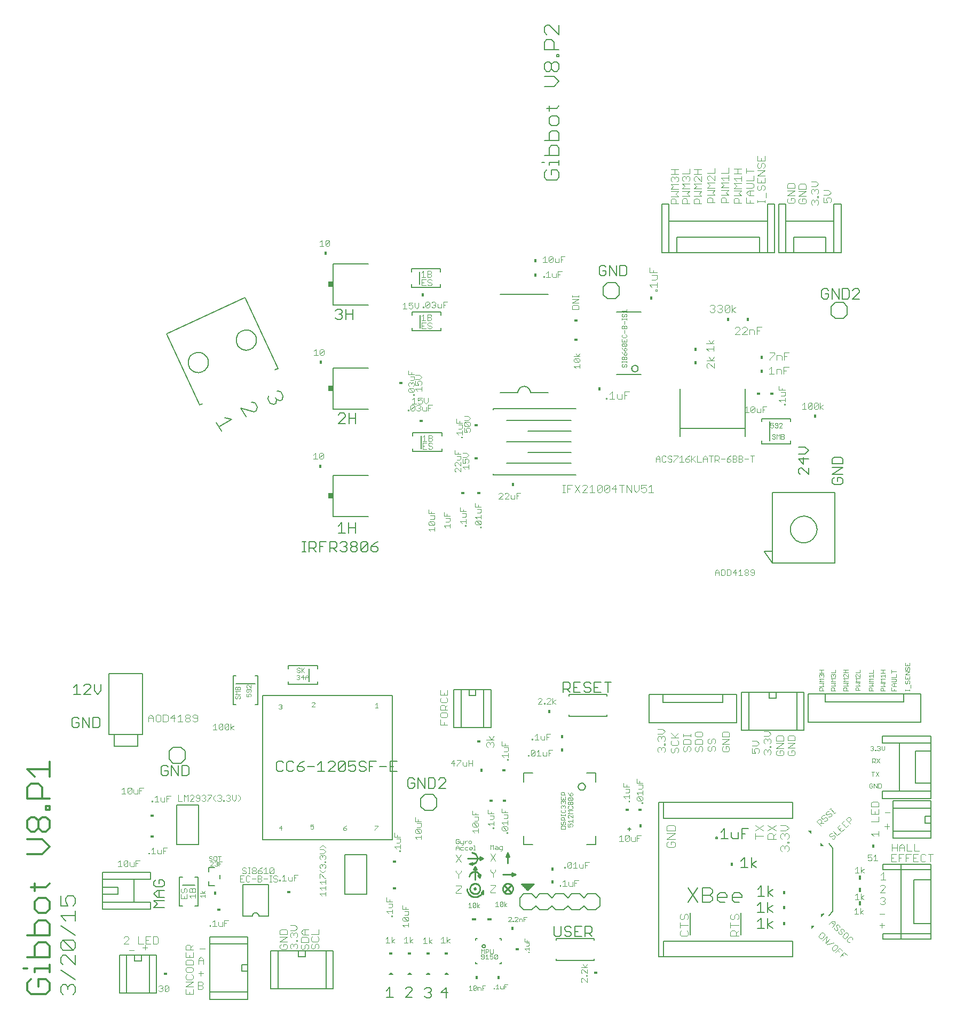
<source format=gto>
G75*
G70*
%OFA0B0*%
%FSLAX24Y24*%
%IPPOS*%
%LPD*%
%AMOC8*
5,1,8,0,0,1.08239X$1,22.5*
%
%ADD10C,0.0060*%
%ADD11C,0.0080*%
%ADD12C,0.0040*%
%ADD13C,0.0030*%
%ADD14C,0.0020*%
%ADD15C,0.0120*%
%ADD16C,0.0100*%
%ADD17C,0.0050*%
%ADD18R,0.0157X0.0236*%
%ADD19R,0.0236X0.0157*%
%ADD20R,0.0280X0.0160*%
%ADD21C,0.0010*%
%ADD22R,0.0160X0.0280*%
%ADD23R,0.0300X0.0340*%
D10*
X008571Y006072D02*
X008784Y006286D01*
X008571Y006499D01*
X009211Y006499D01*
X009211Y006717D02*
X008784Y006717D01*
X008571Y006930D01*
X008784Y007144D01*
X009211Y007144D01*
X009104Y007361D02*
X009211Y007468D01*
X009211Y007681D01*
X009104Y007788D01*
X008891Y007788D01*
X008891Y007575D01*
X008677Y007788D02*
X008571Y007681D01*
X008571Y007468D01*
X008677Y007361D01*
X009104Y007361D01*
X008891Y007144D02*
X008891Y006717D01*
X009211Y006072D02*
X008571Y006072D01*
X009990Y010017D02*
X009990Y012477D01*
X011353Y012477D01*
X011353Y010017D01*
X009990Y010017D01*
X010098Y014297D02*
X010098Y014938D01*
X010315Y014938D02*
X010635Y014938D01*
X010742Y014831D01*
X010742Y014404D01*
X010635Y014297D01*
X010315Y014297D01*
X010315Y014938D01*
X009671Y014938D02*
X009671Y014297D01*
X009453Y014404D02*
X009453Y014617D01*
X009240Y014617D01*
X009453Y014404D02*
X009346Y014297D01*
X009133Y014297D01*
X009026Y014404D01*
X009026Y014831D01*
X009133Y014938D01*
X009346Y014938D01*
X009453Y014831D01*
X009671Y014938D02*
X010098Y014297D01*
X005182Y017404D02*
X005182Y017831D01*
X005075Y017938D01*
X004755Y017938D01*
X004755Y017297D01*
X005075Y017297D01*
X005182Y017404D01*
X004538Y017297D02*
X004538Y017938D01*
X004111Y017938D02*
X004111Y017297D01*
X003893Y017404D02*
X003893Y017617D01*
X003680Y017617D01*
X003893Y017404D02*
X003786Y017297D01*
X003573Y017297D01*
X003466Y017404D01*
X003466Y017831D01*
X003573Y017938D01*
X003786Y017938D01*
X003893Y017831D01*
X004111Y017938D02*
X004538Y017297D01*
X004628Y019372D02*
X004201Y019372D01*
X004628Y019799D01*
X004628Y019906D01*
X004521Y020013D01*
X004307Y020013D01*
X004201Y019906D01*
X003770Y020013D02*
X003770Y019372D01*
X003983Y019372D02*
X003556Y019372D01*
X003556Y019799D02*
X003770Y020013D01*
X004845Y020013D02*
X004845Y019586D01*
X005059Y019372D01*
X005272Y019586D01*
X005272Y020013D01*
X016226Y015086D02*
X016226Y014659D01*
X016333Y014552D01*
X016546Y014552D01*
X016653Y014659D01*
X016871Y014659D02*
X016977Y014552D01*
X017191Y014552D01*
X017298Y014659D01*
X017515Y014659D02*
X017622Y014552D01*
X017835Y014552D01*
X017942Y014659D01*
X017942Y014766D01*
X017835Y014872D01*
X017515Y014872D01*
X017515Y014659D01*
X017515Y014872D02*
X017729Y015086D01*
X017942Y015193D01*
X018160Y014872D02*
X018587Y014872D01*
X018804Y014979D02*
X019018Y015193D01*
X019018Y014552D01*
X019231Y014552D02*
X018804Y014552D01*
X019449Y014552D02*
X019876Y014979D01*
X019876Y015086D01*
X019769Y015193D01*
X019555Y015193D01*
X019449Y015086D01*
X019449Y014552D02*
X019876Y014552D01*
X020093Y014659D02*
X020520Y015086D01*
X020520Y014659D01*
X020414Y014552D01*
X020200Y014552D01*
X020093Y014659D01*
X020093Y015086D01*
X020200Y015193D01*
X020414Y015193D01*
X020520Y015086D01*
X020738Y015193D02*
X020738Y014872D01*
X020951Y014979D01*
X021058Y014979D01*
X021165Y014872D01*
X021165Y014659D01*
X021058Y014552D01*
X020845Y014552D01*
X020738Y014659D01*
X020738Y015193D02*
X021165Y015193D01*
X021382Y015086D02*
X021382Y014979D01*
X021489Y014872D01*
X021703Y014872D01*
X021809Y014766D01*
X021809Y014659D01*
X021703Y014552D01*
X021489Y014552D01*
X021382Y014659D01*
X021382Y015086D02*
X021489Y015193D01*
X021703Y015193D01*
X021809Y015086D01*
X022027Y015193D02*
X022027Y014552D01*
X022027Y014872D02*
X022240Y014872D01*
X022027Y015193D02*
X022454Y015193D01*
X022671Y014872D02*
X023098Y014872D01*
X023316Y014872D02*
X023529Y014872D01*
X023316Y014552D02*
X023316Y015193D01*
X023743Y015193D01*
X023743Y014552D02*
X023316Y014552D01*
X024421Y014046D02*
X024421Y013619D01*
X024528Y013512D01*
X024741Y013512D01*
X024848Y013619D01*
X024848Y013832D01*
X024635Y013832D01*
X024848Y014046D02*
X024741Y014153D01*
X024528Y014153D01*
X024421Y014046D01*
X025066Y014153D02*
X025066Y013512D01*
X025493Y013512D02*
X025066Y014153D01*
X025493Y014153D02*
X025493Y013512D01*
X025710Y013512D02*
X026030Y013512D01*
X026137Y013619D01*
X026137Y014046D01*
X026030Y014153D01*
X025710Y014153D01*
X025710Y013512D01*
X026355Y013512D02*
X026782Y013939D01*
X026782Y014046D01*
X026675Y014153D01*
X026461Y014153D01*
X026355Y014046D01*
X026355Y013512D02*
X026782Y013512D01*
X021867Y009357D02*
X021867Y006897D01*
X020505Y006897D01*
X020505Y009357D01*
X021867Y009357D01*
X016871Y014659D02*
X016871Y015086D01*
X016977Y015193D01*
X017191Y015193D01*
X017298Y015086D01*
X016653Y015086D02*
X016546Y015193D01*
X016333Y015193D01*
X016226Y015086D01*
X017840Y028272D02*
X018053Y028272D01*
X017946Y028272D02*
X017946Y028913D01*
X017840Y028913D02*
X018053Y028913D01*
X018269Y028913D02*
X018269Y028272D01*
X018269Y028486D02*
X018589Y028486D01*
X018696Y028592D01*
X018696Y028806D01*
X018589Y028913D01*
X018269Y028913D01*
X018483Y028486D02*
X018696Y028272D01*
X018914Y028272D02*
X018914Y028913D01*
X019341Y028913D01*
X019558Y028913D02*
X019558Y028272D01*
X019558Y028486D02*
X019879Y028486D01*
X019985Y028592D01*
X019985Y028806D01*
X019879Y028913D01*
X019558Y028913D01*
X019772Y028486D02*
X019985Y028272D01*
X020203Y028379D02*
X020310Y028272D01*
X020523Y028272D01*
X020630Y028379D01*
X020630Y028486D01*
X020523Y028592D01*
X020416Y028592D01*
X020523Y028592D02*
X020630Y028699D01*
X020630Y028806D01*
X020523Y028913D01*
X020310Y028913D01*
X020203Y028806D01*
X020847Y028806D02*
X020847Y028699D01*
X020954Y028592D01*
X021168Y028592D01*
X021274Y028486D01*
X021274Y028379D01*
X021168Y028272D01*
X020954Y028272D01*
X020847Y028379D01*
X020847Y028486D01*
X020954Y028592D01*
X021168Y028592D02*
X021274Y028699D01*
X021274Y028806D01*
X021168Y028913D01*
X020954Y028913D01*
X020847Y028806D01*
X021492Y028806D02*
X021492Y028379D01*
X021919Y028806D01*
X021919Y028379D01*
X021812Y028272D01*
X021599Y028272D01*
X021492Y028379D01*
X021492Y028806D02*
X021599Y028913D01*
X021812Y028913D01*
X021919Y028806D01*
X022136Y028592D02*
X022457Y028592D01*
X022563Y028486D01*
X022563Y028379D01*
X022457Y028272D01*
X022243Y028272D01*
X022136Y028379D01*
X022136Y028592D01*
X022350Y028806D01*
X022563Y028913D01*
X021154Y029447D02*
X021154Y030088D01*
X021154Y029767D02*
X020727Y029767D01*
X020727Y029447D02*
X020727Y030088D01*
X020296Y030088D02*
X020296Y029447D01*
X020509Y029447D02*
X020082Y029447D01*
X020082Y029874D02*
X020296Y030088D01*
X019127Y028592D02*
X018914Y028592D01*
X020097Y036282D02*
X020524Y036709D01*
X020524Y036816D01*
X020417Y036923D01*
X020204Y036923D01*
X020097Y036816D01*
X020097Y036282D02*
X020524Y036282D01*
X020742Y036282D02*
X020742Y036923D01*
X020742Y036602D02*
X021169Y036602D01*
X021169Y036282D02*
X021169Y036923D01*
X020979Y042772D02*
X020979Y043413D01*
X020979Y043092D02*
X020552Y043092D01*
X020334Y042986D02*
X020334Y042879D01*
X020227Y042772D01*
X020014Y042772D01*
X019907Y042879D01*
X020121Y043092D02*
X020227Y043092D01*
X020334Y042986D01*
X020227Y043092D02*
X020334Y043199D01*
X020334Y043306D01*
X020227Y043413D01*
X020014Y043413D01*
X019907Y043306D01*
X020552Y043413D02*
X020552Y042772D01*
X036377Y045601D02*
X036484Y045494D01*
X036697Y045494D01*
X036804Y045601D01*
X036804Y045814D01*
X036590Y045814D01*
X036377Y046028D02*
X036377Y045601D01*
X036377Y046028D02*
X036484Y046135D01*
X036697Y046135D01*
X036804Y046028D01*
X037021Y046135D02*
X037448Y045494D01*
X037448Y046135D01*
X037666Y046135D02*
X037666Y045494D01*
X037986Y045494D01*
X038093Y045601D01*
X038093Y046028D01*
X037986Y046135D01*
X037666Y046135D01*
X037021Y046135D02*
X037021Y045494D01*
X048812Y034806D02*
X049239Y034806D01*
X049453Y034593D01*
X049239Y034379D01*
X048812Y034379D01*
X048812Y034055D02*
X049133Y033735D01*
X049133Y034162D01*
X049453Y034055D02*
X048812Y034055D01*
X048919Y033517D02*
X048812Y033411D01*
X048812Y033197D01*
X048919Y033090D01*
X048919Y033517D02*
X049026Y033517D01*
X049453Y033090D01*
X049453Y033517D01*
X050939Y033537D02*
X051580Y033537D01*
X050939Y033110D01*
X051580Y033110D01*
X051473Y032892D02*
X051259Y032892D01*
X051259Y032679D01*
X051046Y032892D02*
X050939Y032785D01*
X050939Y032572D01*
X051046Y032465D01*
X051473Y032465D01*
X051580Y032572D01*
X051580Y032785D01*
X051473Y032892D01*
X051580Y033754D02*
X050939Y033754D01*
X050939Y034074D01*
X051046Y034181D01*
X051473Y034181D01*
X051580Y034074D01*
X051580Y033754D01*
X051563Y044048D02*
X051883Y044048D01*
X051990Y044155D01*
X051990Y044582D01*
X051883Y044689D01*
X051563Y044689D01*
X051563Y044048D01*
X051345Y044048D02*
X051345Y044689D01*
X050918Y044689D02*
X051345Y044048D01*
X050918Y044048D02*
X050918Y044689D01*
X050700Y044582D02*
X050594Y044689D01*
X050380Y044689D01*
X050273Y044582D01*
X050273Y044155D01*
X050380Y044048D01*
X050594Y044048D01*
X050700Y044155D01*
X050700Y044369D01*
X050487Y044369D01*
X052207Y044582D02*
X052314Y044689D01*
X052527Y044689D01*
X052634Y044582D01*
X052634Y044475D01*
X052207Y044048D01*
X052634Y044048D01*
X037141Y020138D02*
X036714Y020138D01*
X036928Y020138D02*
X036928Y019497D01*
X036497Y019497D02*
X036070Y019497D01*
X036070Y020138D01*
X036497Y020138D01*
X036283Y019817D02*
X036070Y019817D01*
X035852Y019711D02*
X035852Y019604D01*
X035745Y019497D01*
X035532Y019497D01*
X035425Y019604D01*
X035532Y019817D02*
X035745Y019817D01*
X035852Y019711D01*
X035852Y020031D02*
X035745Y020138D01*
X035532Y020138D01*
X035425Y020031D01*
X035425Y019924D01*
X035532Y019817D01*
X035208Y019497D02*
X034781Y019497D01*
X034781Y020138D01*
X035208Y020138D01*
X034994Y019817D02*
X034781Y019817D01*
X034563Y019817D02*
X034456Y019711D01*
X034136Y019711D01*
X034350Y019711D02*
X034563Y019497D01*
X034563Y019817D02*
X034563Y020031D01*
X034456Y020138D01*
X034136Y020138D01*
X034136Y019497D01*
X043666Y010464D02*
X043773Y010464D01*
X043773Y010357D01*
X043666Y010357D01*
X043666Y010464D01*
X043988Y010357D02*
X044415Y010357D01*
X044202Y010357D02*
X044202Y010998D01*
X043988Y010784D01*
X044633Y010784D02*
X044633Y010464D01*
X044740Y010357D01*
X045060Y010357D01*
X045060Y010784D01*
X045277Y010677D02*
X045491Y010677D01*
X045277Y010357D02*
X045277Y010998D01*
X045704Y010998D01*
X045881Y009198D02*
X045881Y008557D01*
X045881Y008771D02*
X046201Y008984D01*
X045881Y008771D02*
X046201Y008557D01*
X045663Y008557D02*
X045236Y008557D01*
X045450Y008557D02*
X045450Y009198D01*
X045236Y008984D01*
X046490Y007418D02*
X046276Y007204D01*
X046490Y007418D02*
X046490Y006777D01*
X046703Y006777D02*
X046276Y006777D01*
X046465Y006413D02*
X046251Y006199D01*
X046465Y006413D02*
X046465Y005772D01*
X046678Y005772D02*
X046251Y005772D01*
X046475Y005413D02*
X046261Y005199D01*
X046475Y005413D02*
X046475Y004772D01*
X046688Y004772D02*
X046261Y004772D01*
X046906Y004772D02*
X046906Y005413D01*
X046896Y005772D02*
X046896Y006413D01*
X046921Y006777D02*
X046921Y007418D01*
X047241Y007204D02*
X046921Y006991D01*
X047241Y006777D01*
X047216Y006199D02*
X046896Y005986D01*
X047216Y005772D01*
X047226Y005199D02*
X046906Y004986D01*
X047226Y004772D01*
X035927Y004796D02*
X035927Y004582D01*
X035820Y004476D01*
X035500Y004476D01*
X035713Y004476D02*
X035927Y004262D01*
X035500Y004262D02*
X035500Y004903D01*
X035820Y004903D01*
X035927Y004796D01*
X035282Y004903D02*
X034855Y004903D01*
X034855Y004262D01*
X035282Y004262D01*
X035069Y004582D02*
X034855Y004582D01*
X034638Y004476D02*
X034638Y004369D01*
X034531Y004262D01*
X034317Y004262D01*
X034211Y004369D01*
X033993Y004369D02*
X033993Y004903D01*
X034211Y004796D02*
X034211Y004689D01*
X034317Y004582D01*
X034531Y004582D01*
X034638Y004476D01*
X034638Y004796D02*
X034531Y004903D01*
X034317Y004903D01*
X034211Y004796D01*
X033993Y004369D02*
X033886Y004262D01*
X033673Y004262D01*
X033566Y004369D01*
X033566Y004903D01*
X026811Y001078D02*
X026811Y000437D01*
X026918Y000757D02*
X026491Y000757D01*
X026811Y001078D01*
X025898Y000971D02*
X025898Y000864D01*
X025791Y000757D01*
X025898Y000651D01*
X025898Y000544D01*
X025791Y000437D01*
X025578Y000437D01*
X025471Y000544D01*
X025685Y000757D02*
X025791Y000757D01*
X025898Y000971D02*
X025791Y001078D01*
X025578Y001078D01*
X025471Y000971D01*
X024703Y000996D02*
X024596Y001103D01*
X024383Y001103D01*
X024276Y000996D01*
X024703Y000996D02*
X024703Y000889D01*
X024276Y000462D01*
X024703Y000462D01*
X023518Y000452D02*
X023091Y000452D01*
X023305Y000452D02*
X023305Y001093D01*
X023091Y000879D01*
D11*
X031416Y006172D02*
X031666Y005922D01*
X032166Y005922D01*
X032416Y006172D01*
X032666Y005922D01*
X033166Y005922D01*
X033416Y006172D01*
X033666Y005922D01*
X034166Y005922D01*
X034416Y006172D01*
X034666Y005922D01*
X035166Y005922D01*
X035416Y006172D01*
X035666Y005922D01*
X036166Y005922D01*
X036416Y006172D01*
X036416Y006672D01*
X036166Y006922D01*
X035666Y006922D01*
X035416Y006672D01*
X035166Y006922D01*
X034666Y006922D01*
X034416Y006672D01*
X034166Y006922D01*
X033666Y006922D01*
X033416Y006672D01*
X033166Y006922D01*
X032666Y006922D01*
X032416Y006672D01*
X032166Y006922D01*
X031666Y006922D01*
X031416Y006672D01*
X031416Y006172D01*
X025976Y012122D02*
X025476Y012122D01*
X025226Y012372D01*
X025226Y012872D01*
X025476Y013122D01*
X025976Y013122D01*
X026226Y012872D01*
X026226Y012372D01*
X025976Y012122D01*
X018782Y020002D02*
X016971Y020002D01*
X016971Y020183D01*
X016971Y020971D02*
X016971Y021152D01*
X018782Y021152D01*
X018782Y020971D01*
X018270Y020971D02*
X018270Y020183D01*
X018782Y020183D02*
X018782Y020002D01*
X015072Y020548D02*
X015072Y018737D01*
X014890Y018737D01*
X013702Y018737D02*
X013521Y018737D01*
X013521Y020548D01*
X013702Y020548D01*
X013702Y020036D02*
X014890Y020036D01*
X014890Y020548D02*
X015072Y020548D01*
X010521Y015827D02*
X010521Y015327D01*
X010271Y015077D01*
X009771Y015077D01*
X009521Y015327D01*
X009521Y015827D01*
X009771Y016077D01*
X010271Y016077D01*
X010521Y015827D01*
X010347Y007973D02*
X010166Y007973D01*
X010166Y006162D01*
X010347Y006162D01*
X011135Y006162D02*
X011316Y006162D01*
X011316Y007973D01*
X011135Y007973D01*
X011135Y007461D02*
X010347Y007461D01*
X003666Y006632D02*
X003666Y006325D01*
X003513Y006172D01*
X003206Y006172D02*
X003052Y006479D01*
X003052Y006632D01*
X003206Y006785D01*
X003513Y006785D01*
X003666Y006632D01*
X003206Y006172D02*
X002745Y006172D01*
X002745Y006785D01*
X003666Y005865D02*
X003666Y005251D01*
X003666Y005558D02*
X002745Y005558D01*
X003052Y005251D01*
X002745Y004944D02*
X003666Y004330D01*
X003513Y004023D02*
X003666Y003870D01*
X003666Y003563D01*
X003513Y003409D01*
X002899Y004023D01*
X003513Y004023D01*
X003513Y003409D02*
X002899Y003409D01*
X002745Y003563D01*
X002745Y003870D01*
X002899Y004023D01*
X002899Y003102D02*
X002745Y002949D01*
X002745Y002642D01*
X002899Y002489D01*
X002745Y002182D02*
X003666Y001568D01*
X003513Y001261D02*
X003666Y001107D01*
X003666Y000801D01*
X003513Y000647D01*
X003206Y000954D02*
X003206Y001107D01*
X003359Y001261D01*
X003513Y001261D01*
X003206Y001107D02*
X003052Y001261D01*
X002899Y001261D01*
X002745Y001107D01*
X002745Y000801D01*
X002899Y000647D01*
X003666Y002489D02*
X003052Y003102D01*
X002899Y003102D01*
X003666Y003102D02*
X003666Y002489D01*
X019750Y030465D02*
X019750Y033045D01*
X021971Y033045D01*
X021971Y030465D02*
X019750Y030465D01*
X024735Y034535D02*
X024735Y034716D01*
X024735Y034535D02*
X026546Y034535D01*
X026546Y034716D01*
X026546Y035504D02*
X026546Y035685D01*
X024735Y035685D01*
X024735Y035504D01*
X025247Y035504D02*
X025247Y034716D01*
X021971Y037165D02*
X019750Y037165D01*
X019750Y039745D01*
X021971Y039745D01*
X024695Y042070D02*
X024695Y042251D01*
X024695Y042070D02*
X026506Y042070D01*
X026506Y042251D01*
X026506Y043039D02*
X026506Y043220D01*
X024695Y043220D01*
X024695Y043039D01*
X025207Y043039D02*
X025207Y042251D01*
X024660Y044780D02*
X024660Y044961D01*
X024660Y044780D02*
X026471Y044780D01*
X026471Y044961D01*
X026471Y045749D02*
X026471Y045930D01*
X024660Y045930D01*
X024660Y045749D01*
X025172Y045749D02*
X025172Y044961D01*
X021971Y046245D02*
X019750Y046245D01*
X019750Y043665D01*
X021971Y043665D01*
X016480Y038253D02*
X016633Y037987D01*
X016577Y037778D01*
X016444Y037701D01*
X016234Y037757D01*
X016178Y037547D01*
X016045Y037471D01*
X015836Y037527D01*
X015682Y037793D01*
X015738Y038002D01*
X016158Y037890D02*
X016234Y037757D01*
X016270Y038309D02*
X016480Y038253D01*
X015029Y037289D02*
X014876Y037555D01*
X014666Y037611D01*
X015029Y037289D02*
X014973Y037079D01*
X014840Y037002D01*
X014002Y037227D01*
X014309Y036696D01*
X013422Y036538D02*
X012624Y036078D01*
X012471Y036344D02*
X012778Y035812D01*
X013003Y036651D02*
X013422Y036538D01*
X010711Y040081D02*
X010713Y040131D01*
X010719Y040181D01*
X010729Y040230D01*
X010743Y040278D01*
X010760Y040325D01*
X010781Y040370D01*
X010806Y040414D01*
X010834Y040455D01*
X010866Y040494D01*
X010900Y040531D01*
X010937Y040565D01*
X010977Y040595D01*
X011019Y040622D01*
X011063Y040646D01*
X011109Y040667D01*
X011156Y040683D01*
X011204Y040696D01*
X011254Y040705D01*
X011303Y040710D01*
X011354Y040711D01*
X011404Y040708D01*
X011453Y040701D01*
X011502Y040690D01*
X011550Y040675D01*
X011596Y040657D01*
X011641Y040635D01*
X011684Y040609D01*
X011725Y040580D01*
X011764Y040548D01*
X011800Y040513D01*
X011832Y040475D01*
X011862Y040435D01*
X011889Y040392D01*
X011912Y040348D01*
X011931Y040302D01*
X011947Y040254D01*
X011959Y040205D01*
X011967Y040156D01*
X011971Y040106D01*
X011971Y040056D01*
X011967Y040006D01*
X011959Y039957D01*
X011947Y039908D01*
X011931Y039860D01*
X011912Y039814D01*
X011889Y039770D01*
X011862Y039727D01*
X011832Y039687D01*
X011800Y039649D01*
X011764Y039614D01*
X011725Y039582D01*
X011684Y039553D01*
X011641Y039527D01*
X011596Y039505D01*
X011550Y039487D01*
X011502Y039472D01*
X011453Y039461D01*
X011404Y039454D01*
X011354Y039451D01*
X011303Y039452D01*
X011254Y039457D01*
X011204Y039466D01*
X011156Y039479D01*
X011109Y039495D01*
X011063Y039516D01*
X011019Y039540D01*
X010977Y039567D01*
X010937Y039597D01*
X010900Y039631D01*
X010866Y039668D01*
X010834Y039707D01*
X010806Y039748D01*
X010781Y039792D01*
X010760Y039837D01*
X010743Y039884D01*
X010729Y039932D01*
X010719Y039981D01*
X010713Y040031D01*
X010711Y040081D01*
X013711Y041480D02*
X013713Y041530D01*
X013719Y041580D01*
X013729Y041629D01*
X013743Y041677D01*
X013760Y041724D01*
X013781Y041769D01*
X013806Y041813D01*
X013834Y041854D01*
X013866Y041893D01*
X013900Y041930D01*
X013937Y041964D01*
X013977Y041994D01*
X014019Y042021D01*
X014063Y042045D01*
X014109Y042066D01*
X014156Y042082D01*
X014204Y042095D01*
X014254Y042104D01*
X014303Y042109D01*
X014354Y042110D01*
X014404Y042107D01*
X014453Y042100D01*
X014502Y042089D01*
X014550Y042074D01*
X014596Y042056D01*
X014641Y042034D01*
X014684Y042008D01*
X014725Y041979D01*
X014764Y041947D01*
X014800Y041912D01*
X014832Y041874D01*
X014862Y041834D01*
X014889Y041791D01*
X014912Y041747D01*
X014931Y041701D01*
X014947Y041653D01*
X014959Y041604D01*
X014967Y041555D01*
X014971Y041505D01*
X014971Y041455D01*
X014967Y041405D01*
X014959Y041356D01*
X014947Y041307D01*
X014931Y041259D01*
X014912Y041213D01*
X014889Y041169D01*
X014862Y041126D01*
X014832Y041086D01*
X014800Y041048D01*
X014764Y041013D01*
X014725Y040981D01*
X014684Y040952D01*
X014641Y040926D01*
X014596Y040904D01*
X014550Y040886D01*
X014502Y040871D01*
X014453Y040860D01*
X014404Y040853D01*
X014354Y040850D01*
X014303Y040851D01*
X014254Y040856D01*
X014204Y040865D01*
X014156Y040878D01*
X014109Y040894D01*
X014063Y040915D01*
X014019Y040939D01*
X013977Y040966D01*
X013937Y040996D01*
X013900Y041030D01*
X013866Y041067D01*
X013834Y041106D01*
X013806Y041147D01*
X013781Y041191D01*
X013760Y041236D01*
X013743Y041283D01*
X013729Y041331D01*
X013719Y041380D01*
X013713Y041430D01*
X013711Y041480D01*
X032942Y051635D02*
X033095Y051482D01*
X033709Y051482D01*
X033863Y051635D01*
X033863Y051942D01*
X033709Y052096D01*
X033402Y052096D01*
X033402Y051789D01*
X033095Y052096D02*
X032942Y051942D01*
X032942Y051635D01*
X033249Y052403D02*
X033249Y052556D01*
X033863Y052556D01*
X033863Y052403D02*
X033863Y052710D01*
X033863Y053017D02*
X032942Y053017D01*
X033249Y053017D02*
X033249Y053477D01*
X033402Y053630D01*
X033709Y053630D01*
X033863Y053477D01*
X033863Y053017D01*
X033863Y053937D02*
X032942Y053937D01*
X033249Y053937D02*
X033249Y054398D01*
X033402Y054551D01*
X033709Y054551D01*
X033863Y054398D01*
X033863Y053937D01*
X033709Y054858D02*
X033863Y055012D01*
X033863Y055318D01*
X033709Y055472D01*
X033402Y055472D01*
X033249Y055318D01*
X033249Y055012D01*
X033402Y054858D01*
X033709Y054858D01*
X033249Y055779D02*
X033249Y056086D01*
X033095Y055932D02*
X033709Y055932D01*
X033863Y056086D01*
X033556Y057313D02*
X032942Y057313D01*
X033556Y057313D02*
X033863Y057620D01*
X033556Y057927D01*
X032942Y057927D01*
X033095Y058234D02*
X033249Y058234D01*
X033402Y058388D01*
X033402Y058695D01*
X033556Y058848D01*
X033709Y058848D01*
X033863Y058695D01*
X033863Y058388D01*
X033709Y058234D01*
X033556Y058234D01*
X033402Y058388D01*
X033402Y058695D02*
X033249Y058848D01*
X033095Y058848D01*
X032942Y058695D01*
X032942Y058388D01*
X033095Y058234D01*
X033709Y059155D02*
X033709Y059308D01*
X033863Y059308D01*
X033863Y059155D01*
X033709Y059155D01*
X033556Y059615D02*
X033556Y060076D01*
X033402Y060229D01*
X033095Y060229D01*
X032942Y060076D01*
X032942Y059615D01*
X033863Y059615D01*
X033863Y060536D02*
X033249Y061150D01*
X033095Y061150D01*
X032942Y060996D01*
X032942Y060689D01*
X033095Y060536D01*
X033863Y060536D02*
X033863Y061150D01*
X032942Y052556D02*
X032788Y052556D01*
X036890Y045065D02*
X036640Y044815D01*
X036640Y044315D01*
X036890Y044065D01*
X037390Y044065D01*
X037640Y044315D01*
X037640Y044815D01*
X037390Y045065D01*
X036890Y045065D01*
X046524Y036568D02*
X048335Y036568D01*
X048335Y036386D01*
X048335Y035198D02*
X048335Y035016D01*
X046524Y035016D01*
X046524Y035198D01*
X047035Y035198D02*
X047035Y036386D01*
X046524Y036386D02*
X046524Y036568D01*
X051115Y042819D02*
X051615Y042819D01*
X051865Y043069D01*
X051865Y043569D01*
X051615Y043819D01*
X051115Y043819D01*
X050865Y043569D01*
X050865Y043069D01*
X051115Y042819D01*
X048321Y029661D02*
X048323Y029718D01*
X048329Y029775D01*
X048339Y029831D01*
X048352Y029887D01*
X048370Y029941D01*
X048391Y029994D01*
X048416Y030045D01*
X048444Y030095D01*
X048476Y030142D01*
X048510Y030188D01*
X048548Y030230D01*
X048589Y030270D01*
X048632Y030308D01*
X048678Y030342D01*
X048726Y030372D01*
X048776Y030400D01*
X048828Y030424D01*
X048882Y030444D01*
X048936Y030460D01*
X048992Y030473D01*
X049048Y030482D01*
X049105Y030487D01*
X049162Y030488D01*
X049219Y030485D01*
X049276Y030478D01*
X049332Y030467D01*
X049387Y030453D01*
X049441Y030434D01*
X049494Y030412D01*
X049545Y030387D01*
X049594Y030357D01*
X049641Y030325D01*
X049686Y030289D01*
X049728Y030251D01*
X049767Y030209D01*
X049803Y030165D01*
X049837Y030119D01*
X049867Y030070D01*
X049893Y030020D01*
X049916Y029968D01*
X049935Y029914D01*
X049951Y029859D01*
X049963Y029803D01*
X049971Y029746D01*
X049975Y029690D01*
X049975Y029632D01*
X049971Y029576D01*
X049963Y029519D01*
X049951Y029463D01*
X049935Y029408D01*
X049916Y029354D01*
X049893Y029302D01*
X049867Y029252D01*
X049837Y029203D01*
X049803Y029157D01*
X049767Y029113D01*
X049728Y029071D01*
X049686Y029033D01*
X049641Y028997D01*
X049594Y028965D01*
X049545Y028935D01*
X049494Y028910D01*
X049441Y028888D01*
X049387Y028869D01*
X049332Y028855D01*
X049276Y028844D01*
X049219Y028837D01*
X049162Y028834D01*
X049105Y028835D01*
X049048Y028840D01*
X048992Y028849D01*
X048936Y028862D01*
X048882Y028878D01*
X048828Y028898D01*
X048776Y028922D01*
X048726Y028950D01*
X048678Y028980D01*
X048632Y029014D01*
X048589Y029052D01*
X048548Y029092D01*
X048510Y029134D01*
X048476Y029180D01*
X048444Y029227D01*
X048416Y029277D01*
X048391Y029328D01*
X048370Y029381D01*
X048352Y029435D01*
X048339Y029491D01*
X048329Y029547D01*
X048323Y029604D01*
X048321Y029661D01*
X048457Y012635D02*
X040386Y012635D01*
X040091Y012635D01*
X040091Y002989D01*
X040386Y002989D01*
X040386Y003974D01*
X048457Y003974D01*
X048457Y002989D01*
X040386Y002989D01*
X041916Y006387D02*
X042530Y007308D01*
X042837Y007308D02*
X042837Y006387D01*
X043297Y006387D01*
X043451Y006541D01*
X043451Y006694D01*
X043297Y006847D01*
X042837Y006847D01*
X043297Y006847D02*
X043451Y007001D01*
X043451Y007154D01*
X043297Y007308D01*
X042837Y007308D01*
X041916Y007308D02*
X042530Y006387D01*
X043758Y006541D02*
X043758Y006847D01*
X043911Y007001D01*
X044218Y007001D01*
X044371Y006847D01*
X044371Y006694D01*
X043758Y006694D01*
X043758Y006541D02*
X043911Y006387D01*
X044218Y006387D01*
X044678Y006541D02*
X044678Y006847D01*
X044832Y007001D01*
X045139Y007001D01*
X045292Y006847D01*
X045292Y006694D01*
X044678Y006694D01*
X044678Y006541D02*
X044832Y006387D01*
X045139Y006387D01*
X048457Y011651D02*
X040386Y011651D01*
X040386Y012635D01*
X048457Y012635D02*
X048457Y011651D01*
X050721Y010056D02*
X050957Y009781D01*
X050957Y005844D01*
X050721Y005568D01*
D12*
X053891Y005670D02*
X054198Y005670D01*
X054151Y006252D02*
X053998Y006252D01*
X053921Y006329D01*
X054075Y006482D02*
X054151Y006482D01*
X054228Y006406D01*
X054228Y006329D01*
X054151Y006252D01*
X054151Y006482D02*
X054228Y006559D01*
X054228Y006636D01*
X054151Y006712D01*
X053998Y006712D01*
X053921Y006636D01*
X053931Y007012D02*
X054238Y007319D01*
X054238Y007396D01*
X054161Y007472D01*
X054008Y007472D01*
X053931Y007396D01*
X053931Y007012D02*
X054238Y007012D01*
X054268Y007807D02*
X053961Y007807D01*
X054115Y007807D02*
X054115Y008267D01*
X053961Y008114D01*
X054616Y008937D02*
X054923Y008937D01*
X055076Y008937D02*
X055076Y009397D01*
X055383Y009397D01*
X055537Y009397D02*
X055844Y009397D01*
X055997Y009397D02*
X055997Y008937D01*
X056304Y008937D01*
X056458Y009014D02*
X056534Y008937D01*
X056688Y008937D01*
X056764Y009014D01*
X056458Y009014D02*
X056458Y009321D01*
X056534Y009397D01*
X056688Y009397D01*
X056764Y009321D01*
X056918Y009397D02*
X057225Y009397D01*
X057071Y009397D02*
X057071Y008937D01*
X056304Y009397D02*
X055997Y009397D01*
X056052Y009587D02*
X056359Y009587D01*
X056052Y009587D02*
X056052Y010047D01*
X055592Y010047D02*
X055592Y009587D01*
X055899Y009587D01*
X055537Y009397D02*
X055537Y008937D01*
X055537Y009167D02*
X055690Y009167D01*
X055997Y009167D02*
X056151Y009167D01*
X055438Y009587D02*
X055438Y009894D01*
X055285Y010047D01*
X055131Y009894D01*
X055131Y009587D01*
X054978Y009587D02*
X054978Y010047D01*
X054978Y009817D02*
X054671Y009817D01*
X054671Y009587D02*
X054671Y010047D01*
X055131Y009817D02*
X055438Y009817D01*
X054923Y009397D02*
X054616Y009397D01*
X054616Y008937D01*
X054616Y009167D02*
X054770Y009167D01*
X055076Y009167D02*
X055230Y009167D01*
X053826Y010522D02*
X053826Y010829D01*
X053826Y010676D02*
X053366Y010676D01*
X053519Y010522D01*
X054191Y011137D02*
X054498Y011137D01*
X054345Y010984D02*
X054345Y011291D01*
X053826Y011443D02*
X053826Y011750D01*
X053826Y011903D02*
X053826Y012210D01*
X053826Y012364D02*
X053826Y012594D01*
X053749Y012670D01*
X053442Y012670D01*
X053366Y012594D01*
X053366Y012364D01*
X053826Y012364D01*
X053596Y012057D02*
X053596Y011903D01*
X053366Y011903D02*
X053826Y011903D01*
X054211Y012000D02*
X054518Y012000D01*
X053826Y011443D02*
X053366Y011443D01*
X053366Y011903D02*
X053366Y012210D01*
X048606Y015644D02*
X048606Y015797D01*
X048529Y015874D01*
X048376Y015874D01*
X048376Y015721D01*
X048222Y015874D02*
X048146Y015797D01*
X048146Y015644D01*
X048222Y015567D01*
X048529Y015567D01*
X048606Y015644D01*
X048606Y016027D02*
X048146Y016027D01*
X048606Y016334D01*
X048146Y016334D01*
X048146Y016488D02*
X048146Y016718D01*
X048222Y016795D01*
X048529Y016795D01*
X048606Y016718D01*
X048606Y016488D01*
X048146Y016488D01*
X047896Y016478D02*
X047896Y016708D01*
X047819Y016785D01*
X047512Y016785D01*
X047436Y016708D01*
X047436Y016478D01*
X047896Y016478D01*
X047896Y016324D02*
X047436Y016324D01*
X047436Y016017D02*
X047896Y016324D01*
X047896Y016017D02*
X047436Y016017D01*
X047512Y015864D02*
X047436Y015787D01*
X047436Y015634D01*
X047512Y015557D01*
X047819Y015557D01*
X047896Y015634D01*
X047896Y015787D01*
X047819Y015864D01*
X047666Y015864D01*
X047666Y015711D01*
X047106Y015689D02*
X047029Y015612D01*
X047106Y015689D02*
X047106Y015842D01*
X047029Y015919D01*
X046953Y015919D01*
X046876Y015842D01*
X046876Y015766D01*
X046876Y015842D02*
X046799Y015919D01*
X046722Y015919D01*
X046646Y015842D01*
X046646Y015689D01*
X046722Y015612D01*
X046371Y015774D02*
X046371Y015927D01*
X046294Y016004D01*
X046141Y016004D01*
X046064Y015927D01*
X046064Y015851D01*
X046141Y015697D01*
X045911Y015697D01*
X045911Y016004D01*
X045911Y016157D02*
X046218Y016157D01*
X046371Y016311D01*
X046218Y016464D01*
X045911Y016464D01*
X046646Y016533D02*
X046722Y016610D01*
X046799Y016610D01*
X046876Y016533D01*
X046953Y016610D01*
X047029Y016610D01*
X047106Y016533D01*
X047106Y016379D01*
X047029Y016303D01*
X047029Y016149D02*
X047106Y016149D01*
X047106Y016072D01*
X047029Y016072D01*
X047029Y016149D01*
X046722Y016303D02*
X046646Y016379D01*
X046646Y016533D01*
X046876Y016533D02*
X046876Y016456D01*
X046953Y016763D02*
X047106Y016916D01*
X046953Y017070D01*
X046646Y017070D01*
X046646Y016763D02*
X046953Y016763D01*
X046371Y015774D02*
X046294Y015697D01*
X044506Y015894D02*
X044429Y015817D01*
X044122Y015817D01*
X044046Y015894D01*
X044046Y016047D01*
X044122Y016124D01*
X044276Y016124D02*
X044276Y015971D01*
X044276Y016124D02*
X044429Y016124D01*
X044506Y016047D01*
X044506Y015894D01*
X044506Y016277D02*
X044046Y016277D01*
X044506Y016584D01*
X044046Y016584D01*
X044046Y016738D02*
X044046Y016968D01*
X044122Y017045D01*
X044429Y017045D01*
X044506Y016968D01*
X044506Y016738D01*
X044046Y016738D01*
X043626Y016528D02*
X043626Y016374D01*
X043549Y016297D01*
X043549Y016144D02*
X043626Y016067D01*
X043626Y015914D01*
X043549Y015837D01*
X043396Y015914D02*
X043319Y015837D01*
X043242Y015837D01*
X043166Y015914D01*
X043166Y016067D01*
X043242Y016144D01*
X043242Y016297D02*
X043319Y016297D01*
X043396Y016374D01*
X043396Y016528D01*
X043473Y016604D01*
X043549Y016604D01*
X043626Y016528D01*
X043242Y016604D02*
X043166Y016528D01*
X043166Y016374D01*
X043242Y016297D01*
X043396Y016067D02*
X043473Y016144D01*
X043549Y016144D01*
X043396Y016067D02*
X043396Y015914D01*
X042826Y015894D02*
X042749Y015817D01*
X042826Y015894D02*
X042826Y016047D01*
X042749Y016124D01*
X042673Y016124D01*
X042596Y016047D01*
X042596Y015894D01*
X042519Y015817D01*
X042442Y015817D01*
X042366Y015894D01*
X042366Y016047D01*
X042442Y016124D01*
X042366Y016277D02*
X042366Y016508D01*
X042442Y016584D01*
X042749Y016584D01*
X042826Y016508D01*
X042826Y016277D01*
X042366Y016277D01*
X042076Y016277D02*
X042076Y016508D01*
X041999Y016584D01*
X041692Y016584D01*
X041616Y016508D01*
X041616Y016277D01*
X042076Y016277D01*
X041999Y016124D02*
X042076Y016047D01*
X042076Y015894D01*
X041999Y015817D01*
X041846Y015894D02*
X041769Y015817D01*
X041692Y015817D01*
X041616Y015894D01*
X041616Y016047D01*
X041692Y016124D01*
X041846Y016047D02*
X041923Y016124D01*
X041999Y016124D01*
X041846Y016047D02*
X041846Y015894D01*
X041321Y015819D02*
X041244Y015742D01*
X041321Y015819D02*
X041321Y015972D01*
X041244Y016049D01*
X041168Y016049D01*
X041091Y015972D01*
X041091Y015819D01*
X041014Y015742D01*
X040937Y015742D01*
X040861Y015819D01*
X040861Y015972D01*
X040937Y016049D01*
X040937Y016202D02*
X041244Y016202D01*
X041321Y016279D01*
X041321Y016433D01*
X041244Y016509D01*
X041168Y016663D02*
X040861Y016970D01*
X040861Y016663D02*
X041321Y016663D01*
X041091Y016740D02*
X041321Y016970D01*
X041616Y016891D02*
X041616Y016738D01*
X041616Y016815D02*
X042076Y016815D01*
X042076Y016891D02*
X042076Y016738D01*
X042366Y016815D02*
X042442Y016738D01*
X042749Y016738D01*
X042826Y016815D01*
X042826Y016968D01*
X042749Y017045D01*
X042442Y017045D01*
X042366Y016968D01*
X042366Y016815D01*
X040937Y016509D02*
X040861Y016433D01*
X040861Y016279D01*
X040937Y016202D01*
X040491Y016217D02*
X040491Y016294D01*
X040414Y016294D01*
X040414Y016217D01*
X040491Y016217D01*
X040414Y016064D02*
X040491Y015987D01*
X040491Y015834D01*
X040414Y015757D01*
X040261Y015911D02*
X040261Y015987D01*
X040338Y016064D01*
X040414Y016064D01*
X040261Y015987D02*
X040184Y016064D01*
X040107Y016064D01*
X040031Y015987D01*
X040031Y015834D01*
X040107Y015757D01*
X040107Y016448D02*
X040031Y016524D01*
X040031Y016678D01*
X040107Y016755D01*
X040184Y016755D01*
X040261Y016678D01*
X040338Y016755D01*
X040414Y016755D01*
X040491Y016678D01*
X040491Y016524D01*
X040414Y016448D01*
X040261Y016601D02*
X040261Y016678D01*
X040338Y016908D02*
X040491Y017061D01*
X040338Y017215D01*
X040031Y017215D01*
X040031Y016908D02*
X040338Y016908D01*
X040690Y011207D02*
X040603Y011120D01*
X040603Y010860D01*
X041123Y010860D01*
X041123Y011120D01*
X041036Y011207D01*
X040690Y011207D01*
X040603Y010691D02*
X041123Y010691D01*
X040603Y010344D01*
X041123Y010344D01*
X041036Y010175D02*
X040863Y010175D01*
X040863Y010002D01*
X041036Y010175D02*
X041123Y010089D01*
X041123Y009915D01*
X041036Y009829D01*
X040690Y009829D01*
X040603Y009915D01*
X040603Y010089D01*
X040690Y010175D01*
X041507Y005667D02*
X041421Y005580D01*
X041421Y005407D01*
X041507Y005320D01*
X041594Y005320D01*
X041681Y005407D01*
X041681Y005580D01*
X041768Y005667D01*
X041854Y005667D01*
X041941Y005580D01*
X041941Y005407D01*
X041854Y005320D01*
X041941Y004978D02*
X041421Y004978D01*
X041421Y005151D02*
X041421Y004804D01*
X041507Y004636D02*
X041421Y004549D01*
X041421Y004376D01*
X041507Y004289D01*
X041854Y004289D01*
X041941Y004376D01*
X041941Y004549D01*
X041854Y004636D01*
X044570Y004549D02*
X044570Y004289D01*
X045091Y004289D01*
X044917Y004289D02*
X044917Y004549D01*
X044831Y004636D01*
X044657Y004636D01*
X044570Y004549D01*
X044570Y004804D02*
X044570Y005151D01*
X044570Y004978D02*
X045091Y004978D01*
X045091Y004636D02*
X044917Y004462D01*
X045004Y005320D02*
X045091Y005407D01*
X045091Y005580D01*
X045004Y005667D01*
X044917Y005667D01*
X044831Y005580D01*
X044831Y005407D01*
X044744Y005320D01*
X044657Y005320D01*
X044570Y005407D01*
X044570Y005580D01*
X044657Y005667D01*
X047776Y009571D02*
X047689Y009657D01*
X047689Y009831D01*
X047776Y009918D01*
X047863Y009918D01*
X047950Y009831D01*
X048036Y009918D01*
X048123Y009918D01*
X048210Y009831D01*
X048210Y009657D01*
X048123Y009571D01*
X047950Y009744D02*
X047950Y009831D01*
X048123Y010086D02*
X048123Y010173D01*
X048210Y010173D01*
X048210Y010086D01*
X048123Y010086D01*
X048123Y010344D02*
X048210Y010431D01*
X048210Y010604D01*
X048123Y010691D01*
X048036Y010691D01*
X047950Y010604D01*
X047950Y010518D01*
X047950Y010604D02*
X047863Y010691D01*
X047776Y010691D01*
X047689Y010604D01*
X047689Y010431D01*
X047776Y010344D01*
X047422Y010344D02*
X046902Y010344D01*
X046902Y010604D01*
X046989Y010691D01*
X047162Y010691D01*
X047249Y010604D01*
X047249Y010344D01*
X047249Y010518D02*
X047422Y010691D01*
X047422Y010860D02*
X046902Y011207D01*
X046635Y011207D02*
X046115Y010860D01*
X046115Y010691D02*
X046115Y010344D01*
X046115Y010518D02*
X046635Y010518D01*
X046635Y010860D02*
X046115Y011207D01*
X046902Y010860D02*
X047422Y011207D01*
X047689Y011207D02*
X048036Y011207D01*
X048210Y011033D01*
X048036Y010860D01*
X047689Y010860D01*
X053876Y004952D02*
X054183Y004952D01*
X054030Y004799D02*
X054030Y005106D01*
X029898Y007012D02*
X029591Y007012D01*
X029591Y007089D01*
X029898Y007396D01*
X029898Y007472D01*
X029591Y007472D01*
X029745Y007962D02*
X029745Y008192D01*
X029898Y008346D01*
X029898Y008422D01*
X029745Y008192D02*
X029591Y008346D01*
X029591Y008422D01*
X029591Y008962D02*
X029898Y009422D01*
X029591Y009422D02*
X029898Y008962D01*
X027748Y008912D02*
X027441Y009372D01*
X027748Y009372D02*
X027441Y008912D01*
X027441Y008372D02*
X027441Y008296D01*
X027595Y008142D01*
X027595Y007912D01*
X027595Y008142D02*
X027748Y008296D01*
X027748Y008372D01*
X027748Y007422D02*
X027441Y007422D01*
X027748Y007422D02*
X027748Y007346D01*
X027441Y007039D01*
X027441Y006962D01*
X027748Y006962D01*
X018856Y004715D02*
X018856Y004408D01*
X018396Y004408D01*
X018472Y004254D02*
X018396Y004178D01*
X018396Y004024D01*
X018472Y003947D01*
X018779Y003947D01*
X018856Y004024D01*
X018856Y004178D01*
X018779Y004254D01*
X018779Y003794D02*
X018856Y003717D01*
X018856Y003564D01*
X018779Y003487D01*
X018626Y003564D02*
X018626Y003717D01*
X018703Y003794D01*
X018779Y003794D01*
X018626Y003564D02*
X018549Y003487D01*
X018472Y003487D01*
X018396Y003564D01*
X018396Y003717D01*
X018472Y003794D01*
X018211Y003687D02*
X018211Y003534D01*
X018134Y003457D01*
X017981Y003534D02*
X017981Y003687D01*
X018058Y003764D01*
X018134Y003764D01*
X018211Y003687D01*
X018211Y003917D02*
X017751Y003917D01*
X017751Y004148D01*
X017827Y004224D01*
X018134Y004224D01*
X018211Y004148D01*
X018211Y003917D01*
X017827Y003764D02*
X017751Y003687D01*
X017751Y003534D01*
X017827Y003457D01*
X017904Y003457D01*
X017981Y003534D01*
X017536Y003574D02*
X017459Y003497D01*
X017536Y003574D02*
X017536Y003727D01*
X017459Y003804D01*
X017383Y003804D01*
X017306Y003727D01*
X017306Y003651D01*
X017306Y003727D02*
X017229Y003804D01*
X017152Y003804D01*
X017076Y003727D01*
X017076Y003574D01*
X017152Y003497D01*
X016901Y003554D02*
X016901Y003707D01*
X016824Y003784D01*
X016671Y003784D01*
X016671Y003631D01*
X016517Y003784D02*
X016441Y003707D01*
X016441Y003554D01*
X016517Y003477D01*
X016824Y003477D01*
X016901Y003554D01*
X016901Y003937D02*
X016441Y003937D01*
X016901Y004244D01*
X016441Y004244D01*
X016441Y004398D02*
X016441Y004628D01*
X016517Y004705D01*
X016824Y004705D01*
X016901Y004628D01*
X016901Y004398D01*
X016441Y004398D01*
X017076Y004418D02*
X017152Y004495D01*
X017229Y004495D01*
X017306Y004418D01*
X017383Y004495D01*
X017459Y004495D01*
X017536Y004418D01*
X017536Y004264D01*
X017459Y004188D01*
X017459Y004034D02*
X017536Y004034D01*
X017536Y003957D01*
X017459Y003957D01*
X017459Y004034D01*
X017152Y004188D02*
X017076Y004264D01*
X017076Y004418D01*
X017306Y004418D02*
X017306Y004341D01*
X017383Y004648D02*
X017536Y004801D01*
X017383Y004955D01*
X017076Y004955D01*
X017076Y004648D02*
X017383Y004648D01*
X017751Y004531D02*
X017904Y004378D01*
X018211Y004378D01*
X017981Y004378D02*
X017981Y004685D01*
X017904Y004685D02*
X018211Y004685D01*
X017904Y004685D02*
X017751Y004531D01*
X011748Y003485D02*
X011441Y003485D01*
X011011Y003424D02*
X010551Y003424D01*
X010551Y003654D01*
X010627Y003731D01*
X010781Y003731D01*
X010858Y003654D01*
X010858Y003424D01*
X010858Y003578D02*
X011011Y003731D01*
X011011Y003271D02*
X011011Y002964D01*
X010551Y002964D01*
X010551Y003271D01*
X010781Y003117D02*
X010781Y002964D01*
X010934Y002810D02*
X010627Y002810D01*
X010551Y002734D01*
X010551Y002504D01*
X011011Y002504D01*
X011011Y002734D01*
X010934Y002810D01*
X011351Y002844D02*
X011351Y002537D01*
X011351Y002767D02*
X011658Y002767D01*
X011658Y002844D02*
X011658Y002537D01*
X011658Y002844D02*
X011505Y002997D01*
X011351Y002844D01*
X010934Y002350D02*
X010627Y002350D01*
X010551Y002273D01*
X010551Y002120D01*
X010627Y002043D01*
X010934Y002043D01*
X011011Y002120D01*
X011011Y002273D01*
X010934Y002350D01*
X010934Y001890D02*
X011011Y001813D01*
X011011Y001660D01*
X010934Y001583D01*
X010627Y001583D01*
X010551Y001660D01*
X010551Y001813D01*
X010627Y001890D01*
X010551Y001429D02*
X011011Y001429D01*
X010551Y001122D01*
X011011Y001122D01*
X011011Y000969D02*
X011011Y000662D01*
X010551Y000662D01*
X010551Y000969D01*
X010781Y000816D02*
X010781Y000662D01*
X011316Y000972D02*
X011316Y001432D01*
X011546Y001432D01*
X011623Y001356D01*
X011623Y001279D01*
X011546Y001202D01*
X011316Y001202D01*
X011316Y000972D02*
X011546Y000972D01*
X011623Y001049D01*
X011623Y001126D01*
X011546Y001202D01*
X011500Y001799D02*
X011500Y002106D01*
X011346Y001952D02*
X011653Y001952D01*
X008829Y003874D02*
X008829Y004181D01*
X008753Y004257D01*
X008523Y004257D01*
X008523Y003797D01*
X008753Y003797D01*
X008829Y003874D01*
X008369Y003797D02*
X008062Y003797D01*
X008062Y004257D01*
X008369Y004257D01*
X008216Y004027D02*
X008062Y004027D01*
X007909Y003797D02*
X007602Y003797D01*
X007602Y004257D01*
X006988Y004181D02*
X006911Y004257D01*
X006758Y004257D01*
X006681Y004181D01*
X006988Y004181D02*
X006988Y004104D01*
X006681Y003797D01*
X006988Y003797D01*
X007011Y003410D02*
X007318Y003410D01*
X007866Y003577D02*
X008173Y003577D01*
X008020Y003424D02*
X008020Y003731D01*
X008216Y017657D02*
X008216Y017964D01*
X008370Y018117D01*
X008523Y017964D01*
X008523Y017657D01*
X008676Y017734D02*
X008753Y017657D01*
X008907Y017657D01*
X008983Y017734D01*
X008983Y018041D01*
X008907Y018117D01*
X008753Y018117D01*
X008676Y018041D01*
X008676Y017734D01*
X008523Y017887D02*
X008216Y017887D01*
X009137Y017657D02*
X009367Y017657D01*
X009444Y017734D01*
X009444Y018041D01*
X009367Y018117D01*
X009137Y018117D01*
X009137Y017657D01*
X009597Y017887D02*
X009904Y017887D01*
X010058Y017964D02*
X010211Y018117D01*
X010211Y017657D01*
X010058Y017657D02*
X010364Y017657D01*
X010518Y017734D02*
X010518Y017811D01*
X010595Y017887D01*
X010748Y017887D01*
X010825Y017811D01*
X010825Y017734D01*
X010748Y017657D01*
X010595Y017657D01*
X010518Y017734D01*
X010595Y017887D02*
X010518Y017964D01*
X010518Y018041D01*
X010595Y018117D01*
X010748Y018117D01*
X010825Y018041D01*
X010825Y017964D01*
X010748Y017887D01*
X010978Y017964D02*
X011055Y017887D01*
X011285Y017887D01*
X011285Y017734D02*
X011285Y018041D01*
X011208Y018117D01*
X011055Y018117D01*
X010978Y018041D01*
X010978Y017964D01*
X010978Y017734D02*
X011055Y017657D01*
X011208Y017657D01*
X011285Y017734D01*
X009827Y017657D02*
X009827Y018117D01*
X009597Y017887D01*
X026446Y017787D02*
X026446Y017480D01*
X026906Y017480D01*
X026676Y017480D02*
X026676Y017634D01*
X026829Y017941D02*
X026906Y018017D01*
X026906Y018171D01*
X026829Y018247D01*
X026522Y018247D01*
X026446Y018171D01*
X026446Y018017D01*
X026522Y017941D01*
X026829Y017941D01*
X026753Y018401D02*
X026753Y018631D01*
X026676Y018708D01*
X026522Y018708D01*
X026446Y018631D01*
X026446Y018401D01*
X026906Y018401D01*
X026753Y018554D02*
X026906Y018708D01*
X026829Y018861D02*
X026906Y018938D01*
X026906Y019091D01*
X026829Y019168D01*
X026906Y019322D02*
X026906Y019629D01*
X026676Y019475D02*
X026676Y019322D01*
X026522Y019168D02*
X026446Y019091D01*
X026446Y018938D01*
X026522Y018861D01*
X026829Y018861D01*
X026906Y019322D02*
X026446Y019322D01*
X026446Y019629D01*
X029489Y016773D02*
X029643Y016542D01*
X029796Y016773D01*
X029796Y016542D02*
X029336Y016542D01*
X029412Y016389D02*
X029489Y016389D01*
X029566Y016312D01*
X029643Y016389D01*
X029719Y016389D01*
X029796Y016312D01*
X029796Y016159D01*
X029719Y016082D01*
X029566Y016236D02*
X029566Y016312D01*
X029412Y016389D02*
X029336Y016312D01*
X029336Y016159D01*
X029412Y016082D01*
X034094Y031982D02*
X034248Y031982D01*
X034171Y031982D02*
X034171Y032442D01*
X034094Y032442D02*
X034248Y032442D01*
X034401Y032442D02*
X034708Y032442D01*
X034862Y032442D02*
X035169Y031982D01*
X035322Y031982D02*
X035629Y032289D01*
X035629Y032366D01*
X035552Y032442D01*
X035399Y032442D01*
X035322Y032366D01*
X035169Y032442D02*
X034862Y031982D01*
X034555Y032212D02*
X034401Y032212D01*
X034401Y031982D02*
X034401Y032442D01*
X035322Y031982D02*
X035629Y031982D01*
X035782Y031982D02*
X036089Y031982D01*
X035936Y031982D02*
X035936Y032442D01*
X035782Y032289D01*
X036243Y032366D02*
X036319Y032442D01*
X036473Y032442D01*
X036550Y032366D01*
X036243Y032059D01*
X036319Y031982D01*
X036473Y031982D01*
X036550Y032059D01*
X036550Y032366D01*
X036703Y032366D02*
X036780Y032442D01*
X036933Y032442D01*
X037010Y032366D01*
X036703Y032059D01*
X036780Y031982D01*
X036933Y031982D01*
X037010Y032059D01*
X037010Y032366D01*
X037164Y032212D02*
X037394Y032442D01*
X037394Y031982D01*
X037470Y032212D02*
X037164Y032212D01*
X036703Y032059D02*
X036703Y032366D01*
X036243Y032366D02*
X036243Y032059D01*
X037624Y032442D02*
X037931Y032442D01*
X038084Y032442D02*
X038391Y031982D01*
X038391Y032442D01*
X038545Y032442D02*
X038545Y032136D01*
X038698Y031982D01*
X038851Y032136D01*
X038851Y032442D01*
X039005Y032442D02*
X039005Y032212D01*
X039158Y032289D01*
X039235Y032289D01*
X039312Y032212D01*
X039312Y032059D01*
X039235Y031982D01*
X039082Y031982D01*
X039005Y032059D01*
X039005Y032442D02*
X039312Y032442D01*
X039465Y032289D02*
X039619Y032442D01*
X039619Y031982D01*
X039772Y031982D02*
X039465Y031982D01*
X038084Y031982D02*
X038084Y032442D01*
X037777Y032442D02*
X037777Y031982D01*
X037791Y037805D02*
X037561Y037805D01*
X037485Y037882D01*
X037485Y038112D01*
X037791Y038112D02*
X037791Y037805D01*
X037945Y037805D02*
X037945Y038265D01*
X038252Y038265D01*
X038098Y038035D02*
X037945Y038035D01*
X037331Y037805D02*
X037024Y037805D01*
X036871Y037805D02*
X036794Y037805D01*
X036794Y037882D01*
X036871Y037882D01*
X036871Y037805D01*
X037178Y037805D02*
X037178Y038265D01*
X037024Y038112D01*
X043086Y039804D02*
X043162Y039727D01*
X043086Y039804D02*
X043086Y039957D01*
X043162Y040034D01*
X043239Y040034D01*
X043546Y039727D01*
X043546Y040034D01*
X043546Y040187D02*
X043086Y040187D01*
X043239Y040418D02*
X043393Y040187D01*
X043546Y040418D01*
X043516Y040792D02*
X043516Y041099D01*
X043516Y041252D02*
X043056Y041252D01*
X043209Y041483D02*
X043363Y041252D01*
X043516Y041483D01*
X043516Y040946D02*
X043056Y040946D01*
X043209Y040792D01*
X044845Y041827D02*
X045151Y042134D01*
X045151Y042211D01*
X045075Y042287D01*
X044921Y042287D01*
X044845Y042211D01*
X044845Y041827D02*
X045151Y041827D01*
X045305Y041827D02*
X045612Y042134D01*
X045612Y042211D01*
X045535Y042287D01*
X045382Y042287D01*
X045305Y042211D01*
X045305Y041827D02*
X045612Y041827D01*
X045765Y041827D02*
X045765Y042134D01*
X045995Y042134D01*
X046072Y042057D01*
X046072Y041827D01*
X046226Y041827D02*
X046226Y042287D01*
X046533Y042287D01*
X046379Y042057D02*
X046226Y042057D01*
X044903Y043217D02*
X044672Y043371D01*
X044903Y043524D01*
X044672Y043677D02*
X044672Y043217D01*
X044519Y043294D02*
X044442Y043217D01*
X044289Y043217D01*
X044212Y043294D01*
X044519Y043601D01*
X044519Y043294D01*
X044519Y043601D02*
X044442Y043677D01*
X044289Y043677D01*
X044212Y043601D01*
X044212Y043294D01*
X044059Y043294D02*
X043982Y043217D01*
X043828Y043217D01*
X043752Y043294D01*
X043598Y043294D02*
X043521Y043217D01*
X043368Y043217D01*
X043291Y043294D01*
X043445Y043447D02*
X043521Y043447D01*
X043598Y043371D01*
X043598Y043294D01*
X043521Y043447D02*
X043598Y043524D01*
X043598Y043601D01*
X043521Y043677D01*
X043368Y043677D01*
X043291Y043601D01*
X043752Y043601D02*
X043828Y043677D01*
X043982Y043677D01*
X044059Y043601D01*
X044059Y043524D01*
X043982Y043447D01*
X044059Y043371D01*
X044059Y043294D01*
X043982Y043447D02*
X043905Y043447D01*
X047010Y040687D02*
X047317Y040687D01*
X047317Y040611D01*
X047010Y040304D01*
X047010Y040227D01*
X047138Y039812D02*
X046985Y039659D01*
X047138Y039812D02*
X047138Y039352D01*
X046985Y039352D02*
X047292Y039352D01*
X047445Y039352D02*
X047445Y039659D01*
X047675Y039659D01*
X047752Y039582D01*
X047752Y039352D01*
X047906Y039352D02*
X047906Y039812D01*
X048213Y039812D01*
X048059Y039582D02*
X047906Y039582D01*
X047931Y040227D02*
X047931Y040687D01*
X048238Y040687D01*
X048084Y040457D02*
X047931Y040457D01*
X047777Y040457D02*
X047777Y040227D01*
X047777Y040457D02*
X047700Y040534D01*
X047470Y040534D01*
X047470Y040227D01*
X039981Y044542D02*
X039981Y044619D01*
X039904Y044619D01*
X039904Y044542D01*
X039981Y044542D01*
X039981Y044772D02*
X039981Y045079D01*
X039981Y044926D02*
X039521Y044926D01*
X039674Y044772D01*
X039674Y045233D02*
X039904Y045233D01*
X039981Y045309D01*
X039981Y045540D01*
X039674Y045540D01*
X039751Y045693D02*
X039751Y045846D01*
X039981Y045693D02*
X039521Y045693D01*
X039521Y046000D01*
X040851Y049989D02*
X040851Y050219D01*
X040928Y050296D01*
X041081Y050296D01*
X041158Y050219D01*
X041158Y049989D01*
X041311Y049989D02*
X040851Y049989D01*
X040851Y050450D02*
X041311Y050450D01*
X041158Y050603D01*
X041311Y050757D01*
X040851Y050757D01*
X040851Y050910D02*
X041004Y051063D01*
X040851Y051217D01*
X041311Y051217D01*
X041235Y051370D02*
X041311Y051447D01*
X041311Y051601D01*
X041235Y051677D01*
X041158Y051677D01*
X041081Y051601D01*
X041081Y051524D01*
X041081Y051601D02*
X041004Y051677D01*
X040928Y051677D01*
X040851Y051601D01*
X040851Y051447D01*
X040928Y051370D01*
X040851Y050910D02*
X041311Y050910D01*
X041567Y050936D02*
X041720Y051089D01*
X041567Y051242D01*
X042027Y051242D01*
X041951Y051396D02*
X042027Y051473D01*
X042027Y051626D01*
X041951Y051703D01*
X041874Y051703D01*
X041797Y051626D01*
X041797Y051549D01*
X041797Y051626D02*
X041720Y051703D01*
X041644Y051703D01*
X041567Y051626D01*
X041567Y051473D01*
X041644Y051396D01*
X041567Y051856D02*
X042027Y051856D01*
X042027Y052163D01*
X042303Y052147D02*
X042763Y052147D01*
X042533Y052147D02*
X042533Y051840D01*
X042456Y051687D02*
X042380Y051687D01*
X042303Y051610D01*
X042303Y051457D01*
X042380Y051380D01*
X042303Y051226D02*
X042763Y051226D01*
X042763Y051380D02*
X042456Y051687D01*
X042303Y051840D02*
X042763Y051840D01*
X042763Y051687D02*
X042763Y051380D01*
X043137Y051288D02*
X043597Y051288D01*
X043597Y051441D02*
X043291Y051748D01*
X043214Y051748D01*
X043137Y051671D01*
X043137Y051518D01*
X043214Y051441D01*
X043137Y051288D02*
X043291Y051134D01*
X043137Y050981D01*
X043597Y050981D01*
X043597Y050827D02*
X043137Y050827D01*
X043137Y050520D02*
X043597Y050520D01*
X043444Y050674D01*
X043597Y050827D01*
X043989Y050837D02*
X044449Y050837D01*
X044296Y050684D01*
X044449Y050530D01*
X043989Y050530D01*
X044065Y050377D02*
X044219Y050377D01*
X044296Y050300D01*
X044296Y050070D01*
X044449Y050070D02*
X043989Y050070D01*
X043989Y050300D01*
X044065Y050377D01*
X043597Y050060D02*
X043137Y050060D01*
X043137Y050290D01*
X043214Y050367D01*
X043367Y050367D01*
X043444Y050290D01*
X043444Y050060D01*
X042763Y049999D02*
X042303Y049999D01*
X042303Y050229D01*
X042380Y050306D01*
X042533Y050306D01*
X042610Y050229D01*
X042610Y049999D01*
X042763Y050459D02*
X042610Y050613D01*
X042763Y050766D01*
X042303Y050766D01*
X042303Y050920D02*
X042456Y051073D01*
X042303Y051226D01*
X042303Y050920D02*
X042763Y050920D01*
X042763Y050459D02*
X042303Y050459D01*
X042027Y050475D02*
X041874Y050629D01*
X042027Y050782D01*
X041567Y050782D01*
X041567Y050936D02*
X042027Y050936D01*
X042027Y050475D02*
X041567Y050475D01*
X041644Y050322D02*
X041797Y050322D01*
X041874Y050245D01*
X041874Y050015D01*
X042027Y050015D02*
X041567Y050015D01*
X041567Y050245D01*
X041644Y050322D01*
X041311Y051831D02*
X040851Y051831D01*
X041081Y051831D02*
X041081Y052138D01*
X040851Y052138D02*
X041311Y052138D01*
X043137Y051901D02*
X043597Y051901D01*
X043597Y052208D01*
X043597Y051748D02*
X043597Y051441D01*
X043989Y051298D02*
X044449Y051298D01*
X044449Y051451D02*
X044449Y051758D01*
X044449Y051911D02*
X044449Y052218D01*
X044449Y051911D02*
X043989Y051911D01*
X043989Y051604D02*
X044449Y051604D01*
X044142Y051451D02*
X043989Y051604D01*
X043989Y051298D02*
X044142Y051144D01*
X043989Y050991D01*
X044449Y050991D01*
X044794Y050946D02*
X044948Y051099D01*
X044794Y051252D01*
X045255Y051252D01*
X045255Y051406D02*
X045255Y051713D01*
X045255Y051866D02*
X044794Y051866D01*
X045025Y051866D02*
X045025Y052173D01*
X045255Y052173D02*
X044794Y052173D01*
X044794Y051559D02*
X045255Y051559D01*
X045557Y051429D02*
X046017Y051429D01*
X046017Y051736D01*
X046254Y051751D02*
X046715Y052058D01*
X046254Y052058D01*
X046331Y052212D02*
X046408Y052212D01*
X046484Y052288D01*
X046484Y052442D01*
X046561Y052519D01*
X046638Y052519D01*
X046715Y052442D01*
X046715Y052288D01*
X046638Y052212D01*
X046331Y052212D02*
X046254Y052288D01*
X046254Y052442D01*
X046331Y052519D01*
X046254Y052672D02*
X046715Y052672D01*
X046715Y052979D01*
X046484Y052825D02*
X046484Y052672D01*
X046254Y052672D02*
X046254Y052979D01*
X045557Y052197D02*
X045557Y051890D01*
X045557Y052043D02*
X046017Y052043D01*
X046254Y051751D02*
X046715Y051751D01*
X046715Y051598D02*
X046715Y051291D01*
X046254Y051291D01*
X046254Y051598D01*
X046484Y051444D02*
X046484Y051291D01*
X046561Y051137D02*
X046638Y051137D01*
X046715Y051061D01*
X046715Y050907D01*
X046638Y050831D01*
X046484Y050907D02*
X046484Y051061D01*
X046561Y051137D01*
X046331Y051137D02*
X046254Y051061D01*
X046254Y050907D01*
X046331Y050831D01*
X046408Y050831D01*
X046484Y050907D01*
X046791Y050677D02*
X046791Y050370D01*
X046715Y050217D02*
X046715Y050063D01*
X046715Y050140D02*
X046254Y050140D01*
X046254Y050063D02*
X046254Y050217D01*
X046017Y050048D02*
X045557Y050048D01*
X045557Y050355D01*
X045710Y050509D02*
X045557Y050662D01*
X045710Y050816D01*
X046017Y050816D01*
X045940Y050969D02*
X045557Y050969D01*
X045787Y050816D02*
X045787Y050509D01*
X045710Y050509D02*
X046017Y050509D01*
X045787Y050202D02*
X045787Y050048D01*
X045255Y050025D02*
X044794Y050025D01*
X044794Y050255D01*
X044871Y050332D01*
X045025Y050332D01*
X045101Y050255D01*
X045101Y050025D01*
X045255Y050485D02*
X045101Y050639D01*
X045255Y050792D01*
X044794Y050792D01*
X044794Y050946D02*
X045255Y050946D01*
X045557Y051276D02*
X045940Y051276D01*
X046017Y051199D01*
X046017Y051046D01*
X045940Y050969D01*
X045255Y050485D02*
X044794Y050485D01*
X044948Y051406D02*
X044794Y051559D01*
X048130Y051183D02*
X048130Y050953D01*
X048590Y050953D01*
X048590Y051183D01*
X048514Y051259D01*
X048207Y051259D01*
X048130Y051183D01*
X048130Y050799D02*
X048590Y050799D01*
X048130Y050492D01*
X048590Y050492D01*
X048514Y050339D02*
X048360Y050339D01*
X048360Y050185D01*
X048207Y050032D02*
X048514Y050032D01*
X048590Y050109D01*
X048590Y050262D01*
X048514Y050339D01*
X048207Y050339D02*
X048130Y050262D01*
X048130Y050109D01*
X048207Y050032D01*
X048834Y050070D02*
X048911Y049993D01*
X049218Y049993D01*
X049294Y050070D01*
X049294Y050223D01*
X049218Y050300D01*
X049064Y050300D01*
X049064Y050147D01*
X048911Y050300D02*
X048834Y050223D01*
X048834Y050070D01*
X048834Y050454D02*
X049294Y050760D01*
X048834Y050760D01*
X048834Y050914D02*
X048834Y051144D01*
X048911Y051221D01*
X049218Y051221D01*
X049294Y051144D01*
X049294Y050914D01*
X048834Y050914D01*
X048834Y050454D02*
X049294Y050454D01*
X049610Y050682D02*
X049610Y050835D01*
X049687Y050912D01*
X049764Y050912D01*
X049840Y050835D01*
X049917Y050912D01*
X049994Y050912D01*
X050070Y050835D01*
X050070Y050682D01*
X049994Y050605D01*
X049994Y050452D02*
X050070Y050452D01*
X050070Y050375D01*
X049994Y050375D01*
X049994Y050452D01*
X049994Y050222D02*
X050070Y050145D01*
X050070Y049991D01*
X049994Y049915D01*
X049840Y050068D02*
X049840Y050145D01*
X049917Y050222D01*
X049994Y050222D01*
X049840Y050145D02*
X049764Y050222D01*
X049687Y050222D01*
X049610Y050145D01*
X049610Y049991D01*
X049687Y049915D01*
X049687Y050605D02*
X049610Y050682D01*
X049840Y050759D02*
X049840Y050835D01*
X049917Y051066D02*
X050070Y051219D01*
X049917Y051373D01*
X049610Y051373D01*
X049610Y051066D02*
X049917Y051066D01*
X050391Y050835D02*
X050698Y050835D01*
X050852Y050681D01*
X050698Y050528D01*
X050391Y050528D01*
X050391Y050375D02*
X050391Y050068D01*
X050621Y050068D01*
X050545Y050221D01*
X050545Y050298D01*
X050621Y050375D01*
X050775Y050375D01*
X050852Y050298D01*
X050852Y050144D01*
X050775Y050068D01*
D13*
X047606Y038605D02*
X047606Y038358D01*
X047976Y038358D01*
X047976Y038236D02*
X047729Y038236D01*
X047791Y038358D02*
X047791Y038481D01*
X047976Y038236D02*
X047976Y038051D01*
X047914Y037990D01*
X047729Y037990D01*
X047606Y037745D02*
X047976Y037745D01*
X047976Y037868D02*
X047976Y037621D01*
X047976Y037499D02*
X047976Y037437D01*
X047914Y037437D01*
X047914Y037499D01*
X047976Y037499D01*
X047729Y037621D02*
X047606Y037745D01*
X046825Y037332D02*
X046578Y037332D01*
X046578Y036962D01*
X046456Y036962D02*
X046456Y037209D01*
X046578Y037147D02*
X046701Y037147D01*
X046456Y036962D02*
X046271Y036962D01*
X046209Y037024D01*
X046209Y037209D01*
X046088Y037271D02*
X045841Y037024D01*
X045903Y036962D01*
X046026Y036962D01*
X046088Y037024D01*
X046088Y037271D01*
X046026Y037332D01*
X045903Y037332D01*
X045841Y037271D01*
X045841Y037024D01*
X045720Y036962D02*
X045473Y036962D01*
X045596Y036962D02*
X045596Y037332D01*
X045473Y037209D01*
X045266Y034252D02*
X045081Y034252D01*
X045081Y033882D01*
X045266Y033882D01*
X045328Y033944D01*
X045328Y034006D01*
X045266Y034067D01*
X045081Y034067D01*
X044960Y034006D02*
X044960Y033944D01*
X044898Y033882D01*
X044713Y033882D01*
X044713Y034252D01*
X044898Y034252D01*
X044960Y034191D01*
X044960Y034129D01*
X044898Y034067D01*
X044713Y034067D01*
X044591Y034006D02*
X044530Y034067D01*
X044344Y034067D01*
X044344Y033944D01*
X044406Y033882D01*
X044530Y033882D01*
X044591Y033944D01*
X044591Y034006D01*
X044468Y034191D02*
X044591Y034252D01*
X044468Y034191D02*
X044344Y034067D01*
X044223Y034067D02*
X043976Y034067D01*
X043855Y034067D02*
X043793Y034006D01*
X043608Y034006D01*
X043731Y034006D02*
X043855Y033882D01*
X043855Y034067D02*
X043855Y034191D01*
X043793Y034252D01*
X043608Y034252D01*
X043608Y033882D01*
X043363Y033882D02*
X043363Y034252D01*
X043240Y034252D02*
X043486Y034252D01*
X043118Y034129D02*
X043118Y033882D01*
X043118Y034067D02*
X042871Y034067D01*
X042871Y034129D02*
X042995Y034252D01*
X043118Y034129D01*
X042871Y034129D02*
X042871Y033882D01*
X042750Y033882D02*
X042503Y033882D01*
X042503Y034252D01*
X042381Y034252D02*
X042135Y034006D01*
X042196Y034067D02*
X042381Y033882D01*
X042135Y033882D02*
X042135Y034252D01*
X042013Y034252D02*
X041890Y034191D01*
X041766Y034067D01*
X041951Y034067D01*
X042013Y034006D01*
X042013Y033944D01*
X041951Y033882D01*
X041828Y033882D01*
X041766Y033944D01*
X041766Y034067D01*
X041645Y033882D02*
X041398Y033882D01*
X041521Y033882D02*
X041521Y034252D01*
X041398Y034129D01*
X041277Y034191D02*
X041030Y033944D01*
X041030Y033882D01*
X040908Y033944D02*
X040847Y033882D01*
X040723Y033882D01*
X040661Y033944D01*
X040540Y033944D02*
X040478Y033882D01*
X040355Y033882D01*
X040293Y033944D01*
X040293Y034191D01*
X040355Y034252D01*
X040478Y034252D01*
X040540Y034191D01*
X040661Y034191D02*
X040661Y034129D01*
X040723Y034067D01*
X040847Y034067D01*
X040908Y034006D01*
X040908Y033944D01*
X040908Y034191D02*
X040847Y034252D01*
X040723Y034252D01*
X040661Y034191D01*
X041030Y034252D02*
X041277Y034252D01*
X041277Y034191D01*
X040172Y034129D02*
X040172Y033882D01*
X040172Y034067D02*
X039925Y034067D01*
X039925Y034129D02*
X040048Y034252D01*
X040172Y034129D01*
X039925Y034129D02*
X039925Y033882D01*
X044898Y034067D02*
X044960Y034006D01*
X045266Y034067D02*
X045328Y034129D01*
X045328Y034191D01*
X045266Y034252D01*
X045449Y034067D02*
X045696Y034067D01*
X045818Y034252D02*
X046065Y034252D01*
X045941Y034252D02*
X045941Y033882D01*
X049059Y037182D02*
X049306Y037182D01*
X049183Y037182D02*
X049183Y037552D01*
X049059Y037429D01*
X049428Y037491D02*
X049489Y037552D01*
X049613Y037552D01*
X049674Y037491D01*
X049428Y037244D01*
X049489Y037182D01*
X049613Y037182D01*
X049674Y037244D01*
X049674Y037491D01*
X049796Y037491D02*
X049858Y037552D01*
X049981Y037552D01*
X050043Y037491D01*
X049796Y037244D01*
X049858Y037182D01*
X049981Y037182D01*
X050043Y037244D01*
X050043Y037491D01*
X050164Y037552D02*
X050164Y037182D01*
X050164Y037306D02*
X050349Y037429D01*
X050164Y037306D02*
X050349Y037182D01*
X049796Y037244D02*
X049796Y037491D01*
X049428Y037491D02*
X049428Y037244D01*
X046006Y027161D02*
X045882Y027161D01*
X045820Y027099D01*
X045820Y027037D01*
X045882Y026976D01*
X046067Y026976D01*
X046067Y027099D02*
X046006Y027161D01*
X046067Y027099D02*
X046067Y026852D01*
X046006Y026790D01*
X045882Y026790D01*
X045820Y026852D01*
X045699Y026852D02*
X045637Y026790D01*
X045514Y026790D01*
X045452Y026852D01*
X045452Y026914D01*
X045514Y026976D01*
X045637Y026976D01*
X045699Y026914D01*
X045699Y026852D01*
X045637Y026976D02*
X045699Y027037D01*
X045699Y027099D01*
X045637Y027161D01*
X045514Y027161D01*
X045452Y027099D01*
X045452Y027037D01*
X045514Y026976D01*
X045331Y026790D02*
X045084Y026790D01*
X045207Y026790D02*
X045207Y027161D01*
X045084Y027037D01*
X044962Y026976D02*
X044716Y026976D01*
X044901Y027161D01*
X044901Y026790D01*
X044594Y026852D02*
X044594Y027099D01*
X044532Y027161D01*
X044347Y027161D01*
X044347Y026790D01*
X044532Y026790D01*
X044594Y026852D01*
X044226Y026852D02*
X044226Y027099D01*
X044164Y027161D01*
X044041Y027161D01*
X043979Y027099D01*
X043979Y026852D01*
X044041Y026790D01*
X044164Y026790D01*
X044226Y026852D01*
X043857Y026790D02*
X043857Y027037D01*
X043734Y027161D01*
X043611Y027037D01*
X043611Y026790D01*
X043611Y026976D02*
X043857Y026976D01*
X033657Y019019D02*
X033472Y018896D01*
X033657Y018772D01*
X033472Y018772D02*
X033472Y019142D01*
X033350Y019081D02*
X033289Y019142D01*
X033165Y019142D01*
X033104Y019081D01*
X033350Y019081D02*
X033350Y019019D01*
X033104Y018772D01*
X033350Y018772D01*
X032981Y018772D02*
X032919Y018772D01*
X032919Y018834D01*
X032981Y018834D01*
X032981Y018772D01*
X032798Y018772D02*
X032551Y018772D01*
X032798Y019019D01*
X032798Y019081D01*
X032736Y019142D01*
X032613Y019142D01*
X032551Y019081D01*
X032479Y016902D02*
X032479Y016532D01*
X032602Y016532D02*
X032355Y016532D01*
X032233Y016532D02*
X032171Y016532D01*
X032171Y016594D01*
X032233Y016594D01*
X032233Y016532D01*
X032355Y016779D02*
X032479Y016902D01*
X032724Y016779D02*
X032724Y016594D01*
X032785Y016532D01*
X032970Y016532D01*
X032970Y016779D01*
X033092Y016717D02*
X033215Y016717D01*
X033092Y016532D02*
X033092Y016902D01*
X033339Y016902D01*
X033215Y015892D02*
X033462Y015892D01*
X033339Y015707D02*
X033215Y015707D01*
X033094Y015769D02*
X033094Y015522D01*
X032909Y015522D01*
X032847Y015584D01*
X032847Y015769D01*
X032602Y015892D02*
X032602Y015522D01*
X032479Y015522D02*
X032725Y015522D01*
X032479Y015769D02*
X032602Y015892D01*
X032357Y015831D02*
X032110Y015584D01*
X032172Y015522D01*
X032295Y015522D01*
X032357Y015584D01*
X032357Y015831D01*
X032295Y015892D01*
X032172Y015892D01*
X032110Y015831D01*
X032110Y015584D01*
X031988Y015584D02*
X031988Y015522D01*
X031926Y015522D01*
X031926Y015584D01*
X031988Y015584D01*
X033215Y015522D02*
X033215Y015892D01*
X030676Y015876D02*
X030676Y016061D01*
X030429Y016061D01*
X030491Y016183D02*
X030491Y016306D01*
X030676Y016183D02*
X030306Y016183D01*
X030306Y016430D01*
X030429Y015815D02*
X030614Y015815D01*
X030676Y015876D01*
X030676Y015693D02*
X030676Y015446D01*
X030676Y015324D02*
X030676Y015262D01*
X030614Y015262D01*
X030614Y015324D01*
X030676Y015324D01*
X030676Y015570D02*
X030306Y015570D01*
X030429Y015446D01*
X028463Y015262D02*
X028463Y014892D01*
X028463Y015077D02*
X028216Y015077D01*
X028095Y015139D02*
X028095Y014892D01*
X027909Y014892D01*
X027848Y014954D01*
X027848Y015139D01*
X027726Y015201D02*
X027479Y014954D01*
X027479Y014892D01*
X027296Y014892D02*
X027296Y015262D01*
X027111Y015077D01*
X027358Y015077D01*
X027479Y015262D02*
X027726Y015262D01*
X027726Y015201D01*
X028216Y015262D02*
X028216Y014892D01*
X028466Y012099D02*
X028466Y011852D01*
X028836Y011852D01*
X028836Y011731D02*
X028589Y011731D01*
X028651Y011852D02*
X028651Y011975D01*
X028836Y011731D02*
X028836Y011545D01*
X028774Y011484D01*
X028589Y011484D01*
X028528Y011362D02*
X028774Y011115D01*
X028836Y011177D01*
X028836Y011301D01*
X028774Y011362D01*
X028528Y011362D01*
X028466Y011301D01*
X028466Y011177D01*
X028528Y011115D01*
X028774Y011115D01*
X028836Y010994D02*
X028836Y010747D01*
X028836Y010871D02*
X028466Y010871D01*
X028589Y010747D01*
X029431Y011315D02*
X029801Y011315D01*
X029801Y011438D02*
X029801Y011191D01*
X029801Y011069D02*
X029801Y011007D01*
X029739Y011007D01*
X029739Y011069D01*
X029801Y011069D01*
X029554Y011191D02*
X029431Y011315D01*
X029554Y011560D02*
X029739Y011560D01*
X029801Y011621D01*
X029801Y011806D01*
X029554Y011806D01*
X029616Y011928D02*
X029616Y012051D01*
X029801Y011928D02*
X029431Y011928D01*
X029431Y012175D01*
X030291Y012233D02*
X030291Y011986D01*
X030661Y011986D01*
X030661Y011865D02*
X030414Y011865D01*
X030476Y011986D02*
X030476Y012110D01*
X030661Y011865D02*
X030661Y011680D01*
X030599Y011618D01*
X030414Y011618D01*
X030291Y011373D02*
X030661Y011373D01*
X030661Y011250D02*
X030661Y011496D01*
X030414Y011250D02*
X030291Y011373D01*
X030353Y011128D02*
X030599Y010881D01*
X030661Y010943D01*
X030661Y011066D01*
X030599Y011128D01*
X030353Y011128D01*
X030291Y011066D01*
X030291Y010943D01*
X030353Y010881D01*
X030599Y010881D01*
X030599Y010759D02*
X030661Y010759D01*
X030661Y010697D01*
X030599Y010697D01*
X030599Y010759D01*
X034206Y008589D02*
X034268Y008589D01*
X034268Y008527D01*
X034206Y008527D01*
X034206Y008589D01*
X034390Y008589D02*
X034637Y008836D01*
X034637Y008589D01*
X034575Y008527D01*
X034452Y008527D01*
X034390Y008589D01*
X034390Y008836D01*
X034452Y008897D01*
X034575Y008897D01*
X034637Y008836D01*
X034759Y008774D02*
X034882Y008897D01*
X034882Y008527D01*
X034759Y008527D02*
X035005Y008527D01*
X035127Y008589D02*
X035189Y008527D01*
X035374Y008527D01*
X035374Y008774D01*
X035495Y008712D02*
X035619Y008712D01*
X035495Y008897D02*
X035742Y008897D01*
X035495Y008897D02*
X035495Y008527D01*
X035127Y008589D02*
X035127Y008774D01*
X035080Y007782D02*
X034833Y007782D01*
X034833Y007412D01*
X034711Y007412D02*
X034711Y007659D01*
X034833Y007597D02*
X034956Y007597D01*
X034711Y007412D02*
X034526Y007412D01*
X034464Y007474D01*
X034464Y007659D01*
X034220Y007782D02*
X034220Y007412D01*
X034343Y007412D02*
X034096Y007412D01*
X033974Y007412D02*
X033912Y007412D01*
X033912Y007474D01*
X033974Y007474D01*
X033974Y007412D01*
X034096Y007659D02*
X034220Y007782D01*
X037633Y010212D02*
X037880Y010212D01*
X037756Y010212D02*
X037756Y010582D01*
X037633Y010459D01*
X038001Y010521D02*
X038063Y010582D01*
X038186Y010582D01*
X038248Y010521D01*
X038001Y010274D01*
X038063Y010212D01*
X038186Y010212D01*
X038248Y010274D01*
X038248Y010521D01*
X038369Y010459D02*
X038369Y010274D01*
X038431Y010212D01*
X038616Y010212D01*
X038616Y010459D01*
X038738Y010397D02*
X038861Y010397D01*
X038738Y010212D02*
X038738Y010582D01*
X038985Y010582D01*
X038001Y010521D02*
X038001Y010274D01*
X038209Y012678D02*
X038209Y012740D01*
X038271Y012740D01*
X038271Y012678D01*
X038209Y012678D01*
X038271Y012862D02*
X038271Y013109D01*
X038271Y012986D02*
X037901Y012986D01*
X038024Y012862D01*
X038024Y013230D02*
X038209Y013230D01*
X038271Y013292D01*
X038271Y013477D01*
X038024Y013477D01*
X038086Y013599D02*
X038086Y013722D01*
X038271Y013599D02*
X037901Y013599D01*
X037901Y013846D01*
X038716Y013849D02*
X038716Y014096D01*
X038901Y013972D02*
X038901Y013849D01*
X038839Y013727D02*
X039086Y013727D01*
X039086Y013542D01*
X039024Y013480D01*
X038839Y013480D01*
X038716Y013236D02*
X039086Y013236D01*
X039086Y013359D02*
X039086Y013112D01*
X039024Y012991D02*
X039086Y012929D01*
X039086Y012806D01*
X039024Y012744D01*
X038778Y012991D01*
X039024Y012991D01*
X038839Y013112D02*
X038716Y013236D01*
X038778Y012991D02*
X038716Y012929D01*
X038716Y012806D01*
X038778Y012744D01*
X039024Y012744D01*
X039024Y012621D02*
X039086Y012621D01*
X039086Y012560D01*
X039024Y012560D01*
X039024Y012621D01*
X039086Y013849D02*
X038716Y013849D01*
X049959Y011444D02*
X050095Y011570D01*
X050182Y011567D01*
X050266Y011477D01*
X050263Y011390D01*
X050128Y011264D01*
X050218Y011348D02*
X050392Y011342D01*
X050439Y011470D02*
X050526Y011467D01*
X050617Y011551D01*
X050620Y011638D01*
X050577Y011683D01*
X050490Y011686D01*
X050400Y011602D01*
X050313Y011605D01*
X050271Y011650D01*
X050274Y011737D01*
X050364Y011822D01*
X050451Y011819D01*
X050540Y011901D02*
X050582Y011856D01*
X050669Y011853D01*
X050760Y011937D01*
X050847Y011934D01*
X050889Y011889D01*
X050886Y011802D01*
X050796Y011718D01*
X050708Y011721D01*
X050540Y011901D02*
X050543Y011989D01*
X050633Y012073D01*
X050721Y012070D01*
X050767Y012198D02*
X050857Y012282D01*
X050812Y012240D02*
X051065Y011969D01*
X051020Y011927D02*
X051110Y012011D01*
X051703Y011501D02*
X051522Y011333D01*
X051775Y011062D01*
X051955Y011230D01*
X052044Y011313D02*
X051792Y011584D01*
X051927Y011710D01*
X052014Y011707D01*
X052098Y011617D01*
X052095Y011530D01*
X051960Y011403D01*
X051739Y011281D02*
X051649Y011197D01*
X051686Y010979D02*
X051505Y010811D01*
X051253Y011081D01*
X051433Y011250D01*
X051469Y011030D02*
X051379Y010946D01*
X051417Y010728D02*
X051236Y010559D01*
X050984Y010830D01*
X050937Y010702D02*
X050850Y010705D01*
X050759Y010621D01*
X050756Y010534D01*
X050798Y010489D01*
X050886Y010486D01*
X050976Y010570D01*
X051063Y010567D01*
X051105Y010522D01*
X051102Y010435D01*
X051012Y010350D01*
X050925Y010353D01*
X050212Y011173D02*
X049959Y011444D01*
X052480Y008607D02*
X052480Y008237D01*
X052603Y008237D02*
X052356Y008237D01*
X052356Y008484D02*
X052480Y008607D01*
X052724Y008607D02*
X052724Y008237D01*
X052724Y008361D02*
X052910Y008237D01*
X052724Y008361D02*
X052910Y008484D01*
X053211Y008987D02*
X053149Y009049D01*
X053211Y008987D02*
X053335Y008987D01*
X053396Y009049D01*
X053396Y009172D01*
X053335Y009234D01*
X053273Y009234D01*
X053149Y009172D01*
X053149Y009357D01*
X053396Y009357D01*
X053518Y009234D02*
X053641Y009357D01*
X053641Y008987D01*
X053518Y008987D02*
X053765Y008987D01*
X052719Y006942D02*
X052719Y006572D01*
X052598Y006572D02*
X052351Y006572D01*
X052475Y006572D02*
X052475Y006942D01*
X052351Y006819D01*
X052719Y006696D02*
X052905Y006819D01*
X052719Y006696D02*
X052905Y006572D01*
X052684Y006022D02*
X052684Y005652D01*
X052563Y005652D02*
X052316Y005652D01*
X052440Y005652D02*
X052440Y006022D01*
X052316Y005899D01*
X052684Y005776D02*
X052870Y005899D01*
X052684Y005776D02*
X052870Y005652D01*
X051843Y004493D02*
X051933Y004409D01*
X051936Y004321D01*
X051768Y004141D01*
X051681Y004138D01*
X051590Y004222D01*
X051587Y004309D01*
X051756Y004490D01*
X051843Y004493D01*
X051667Y004573D02*
X051664Y004660D01*
X051574Y004744D01*
X051486Y004741D01*
X051444Y004696D01*
X051447Y004609D01*
X051538Y004525D01*
X051541Y004437D01*
X051499Y004392D01*
X051411Y004389D01*
X051321Y004473D01*
X051318Y004561D01*
X051229Y004643D02*
X051142Y004640D01*
X051052Y004725D01*
X051049Y004812D01*
X050918Y004849D02*
X051086Y005030D01*
X051080Y005204D01*
X050906Y005198D01*
X050737Y005018D01*
X050864Y005153D02*
X051044Y004985D01*
X051175Y004947D02*
X051178Y004860D01*
X051268Y004776D01*
X051271Y004689D01*
X051229Y004643D01*
X051398Y004824D02*
X051395Y004911D01*
X051304Y004995D01*
X051217Y004992D01*
X051175Y004947D01*
X050584Y004282D02*
X050512Y003843D01*
X050765Y004114D01*
X050584Y004282D02*
X050332Y004012D01*
X050285Y004140D02*
X050453Y004320D01*
X050450Y004407D01*
X050360Y004492D01*
X050273Y004489D01*
X050104Y004308D01*
X050107Y004221D01*
X050198Y004137D01*
X050285Y004140D01*
X050601Y003760D02*
X051034Y003863D01*
X051081Y003735D02*
X050912Y003554D01*
X050915Y003467D01*
X051006Y003383D01*
X051093Y003386D01*
X051261Y003566D01*
X051258Y003654D01*
X051168Y003738D01*
X051081Y003735D01*
X051392Y003529D02*
X051573Y003360D01*
X051661Y003278D02*
X051842Y003109D01*
X051625Y003058D02*
X051535Y003142D01*
X051409Y003007D02*
X051661Y003278D01*
X051356Y003309D02*
X051266Y003393D01*
X051140Y003258D02*
X051392Y003529D01*
X051860Y003971D02*
X051950Y003887D01*
X052037Y003890D01*
X051860Y003971D02*
X051857Y004058D01*
X052025Y004239D01*
X052112Y004242D01*
X052203Y004157D01*
X052206Y004070D01*
X035616Y002523D02*
X035493Y002338D01*
X035369Y002523D01*
X035246Y002338D02*
X035616Y002338D01*
X035616Y002216D02*
X035616Y001970D01*
X035369Y002216D01*
X035308Y002216D01*
X035246Y002155D01*
X035246Y002031D01*
X035308Y001970D01*
X035554Y001847D02*
X035616Y001847D01*
X035616Y001785D01*
X035554Y001785D01*
X035554Y001847D01*
X035616Y001664D02*
X035616Y001417D01*
X035369Y001664D01*
X035308Y001664D01*
X035246Y001602D01*
X035246Y001479D01*
X035308Y001417D01*
X027055Y003862D02*
X026869Y003986D01*
X027055Y004109D01*
X026869Y004232D02*
X026869Y003862D01*
X026748Y003862D02*
X026501Y003862D01*
X026625Y003862D02*
X026625Y004232D01*
X026501Y004109D01*
X025935Y004084D02*
X025749Y003961D01*
X025935Y003837D01*
X025749Y003837D02*
X025749Y004207D01*
X025505Y004207D02*
X025505Y003837D01*
X025628Y003837D02*
X025381Y003837D01*
X025381Y004084D02*
X025505Y004207D01*
X024740Y004099D02*
X024554Y003976D01*
X024740Y003852D01*
X024554Y003852D02*
X024554Y004222D01*
X024310Y004222D02*
X024310Y003852D01*
X024433Y003852D02*
X024186Y003852D01*
X024186Y004099D02*
X024310Y004222D01*
X024224Y004857D02*
X024101Y004981D01*
X024471Y004981D01*
X024471Y005104D02*
X024471Y004857D01*
X024409Y005225D02*
X024163Y005472D01*
X024409Y005472D01*
X024471Y005411D01*
X024471Y005287D01*
X024409Y005225D01*
X024163Y005225D01*
X024101Y005287D01*
X024101Y005411D01*
X024163Y005472D01*
X024224Y005594D02*
X024409Y005594D01*
X024471Y005655D01*
X024471Y005841D01*
X024224Y005841D01*
X024286Y005962D02*
X024286Y006085D01*
X024471Y005962D02*
X024101Y005962D01*
X024101Y006209D01*
X023466Y006131D02*
X023466Y006316D01*
X023219Y006316D01*
X023281Y006438D02*
X023281Y006561D01*
X023466Y006438D02*
X023096Y006438D01*
X023096Y006685D01*
X023219Y006070D02*
X023404Y006070D01*
X023466Y006131D01*
X023466Y005948D02*
X023466Y005701D01*
X023466Y005579D02*
X023466Y005517D01*
X023404Y005517D01*
X023404Y005579D01*
X023466Y005579D01*
X023466Y005825D02*
X023096Y005825D01*
X023219Y005701D01*
X023170Y004227D02*
X023170Y003857D01*
X023293Y003857D02*
X023046Y003857D01*
X023046Y004104D02*
X023170Y004227D01*
X023414Y004227D02*
X023414Y003857D01*
X023414Y003981D02*
X023600Y004104D01*
X023414Y003981D02*
X023600Y003857D01*
X019291Y006802D02*
X019291Y007049D01*
X019291Y007170D02*
X019291Y007417D01*
X019291Y007539D02*
X019291Y007786D01*
X019291Y007907D02*
X019229Y007907D01*
X018983Y008154D01*
X018921Y008154D01*
X018921Y007907D01*
X018921Y007662D02*
X019291Y007662D01*
X019044Y007539D02*
X018921Y007662D01*
X018921Y007294D02*
X019291Y007294D01*
X019044Y007170D02*
X018921Y007294D01*
X018921Y006926D02*
X019291Y006926D01*
X019044Y006802D02*
X018921Y006926D01*
X019044Y008275D02*
X018921Y008399D01*
X018983Y008521D02*
X018921Y008583D01*
X018921Y008706D01*
X018983Y008768D01*
X019044Y008768D01*
X019106Y008706D01*
X019168Y008768D01*
X019229Y008768D01*
X019291Y008706D01*
X019291Y008583D01*
X019229Y008521D01*
X019291Y008399D02*
X019168Y008275D01*
X019044Y008275D01*
X019106Y008644D02*
X019106Y008706D01*
X019229Y008889D02*
X019229Y008951D01*
X019291Y008951D01*
X019291Y008889D01*
X019229Y008889D01*
X019229Y009073D02*
X019291Y009135D01*
X019291Y009258D01*
X019229Y009320D01*
X019168Y009320D01*
X019106Y009258D01*
X019106Y009197D01*
X019106Y009258D02*
X019044Y009320D01*
X018983Y009320D01*
X018921Y009258D01*
X018921Y009135D01*
X018983Y009073D01*
X018921Y009442D02*
X019168Y009442D01*
X019291Y009565D01*
X019168Y009688D01*
X018921Y009688D01*
X018921Y009810D02*
X019044Y009933D01*
X019168Y009933D01*
X019291Y009810D01*
X017564Y008107D02*
X017317Y008107D01*
X017317Y007737D01*
X017195Y007737D02*
X017195Y007984D01*
X017317Y007922D02*
X017440Y007922D01*
X017195Y007737D02*
X017010Y007737D01*
X016949Y007799D01*
X016949Y007984D01*
X016704Y008107D02*
X016704Y007737D01*
X016827Y007737D02*
X016580Y007737D01*
X016458Y007737D02*
X016396Y007737D01*
X016396Y007799D01*
X016458Y007799D01*
X016458Y007737D01*
X016285Y007744D02*
X016223Y007682D01*
X016100Y007682D01*
X016038Y007744D01*
X015916Y007682D02*
X015793Y007682D01*
X015854Y007682D02*
X015854Y008052D01*
X015793Y008052D02*
X015916Y008052D01*
X016038Y007991D02*
X016038Y007929D01*
X016100Y007867D01*
X016223Y007867D01*
X016285Y007806D01*
X016285Y007744D01*
X016285Y007991D02*
X016223Y008052D01*
X016100Y008052D01*
X016038Y007991D01*
X015985Y008187D02*
X015862Y008187D01*
X015800Y008249D01*
X016047Y008496D01*
X016047Y008249D01*
X015985Y008187D01*
X015800Y008249D02*
X015800Y008496D01*
X015862Y008557D01*
X015985Y008557D01*
X016047Y008496D01*
X015678Y008187D02*
X015432Y008187D01*
X015555Y008187D02*
X015555Y008557D01*
X015432Y008434D01*
X015310Y008557D02*
X015187Y008496D01*
X015063Y008372D01*
X015248Y008372D01*
X015310Y008311D01*
X015310Y008249D01*
X015248Y008187D01*
X015125Y008187D01*
X015063Y008249D01*
X015063Y008372D01*
X014942Y008311D02*
X014942Y008249D01*
X014880Y008187D01*
X014757Y008187D01*
X014695Y008249D01*
X014695Y008311D01*
X014757Y008372D01*
X014880Y008372D01*
X014942Y008311D01*
X014880Y008372D02*
X014942Y008434D01*
X014942Y008496D01*
X014880Y008557D01*
X014757Y008557D01*
X014695Y008496D01*
X014695Y008434D01*
X014757Y008372D01*
X014573Y008187D02*
X014449Y008187D01*
X014511Y008187D02*
X014511Y008557D01*
X014449Y008557D02*
X014573Y008557D01*
X014328Y008496D02*
X014266Y008557D01*
X014143Y008557D01*
X014081Y008496D01*
X014081Y008434D01*
X014143Y008372D01*
X014266Y008372D01*
X014328Y008311D01*
X014328Y008249D01*
X014266Y008187D01*
X014143Y008187D01*
X014081Y008249D01*
X014198Y008052D02*
X013951Y008052D01*
X013951Y007682D01*
X014198Y007682D01*
X014319Y007744D02*
X014381Y007682D01*
X014505Y007682D01*
X014566Y007744D01*
X014688Y007867D02*
X014935Y007867D01*
X015056Y007867D02*
X015241Y007867D01*
X015303Y007806D01*
X015303Y007744D01*
X015241Y007682D01*
X015056Y007682D01*
X015056Y008052D01*
X015241Y008052D01*
X015303Y007991D01*
X015303Y007929D01*
X015241Y007867D01*
X015424Y007867D02*
X015671Y007867D01*
X014566Y007991D02*
X014505Y008052D01*
X014381Y008052D01*
X014319Y007991D01*
X014319Y007744D01*
X014075Y007867D02*
X013951Y007867D01*
X016580Y007984D02*
X016704Y008107D01*
X013214Y005282D02*
X012967Y005282D01*
X012967Y004912D01*
X012845Y004912D02*
X012845Y005159D01*
X012967Y005097D02*
X013090Y005097D01*
X012845Y004912D02*
X012660Y004912D01*
X012599Y004974D01*
X012599Y005159D01*
X012354Y005282D02*
X012354Y004912D01*
X012477Y004912D02*
X012230Y004912D01*
X012108Y004912D02*
X012046Y004912D01*
X012046Y004974D01*
X012108Y004974D01*
X012108Y004912D01*
X012230Y005159D02*
X012354Y005282D01*
X011146Y006667D02*
X011146Y006914D01*
X011146Y007035D02*
X011146Y007221D01*
X011084Y007282D01*
X011023Y007282D01*
X010961Y007221D01*
X010961Y007035D01*
X011146Y007035D02*
X010776Y007035D01*
X010776Y007221D01*
X010838Y007282D01*
X010899Y007282D01*
X010961Y007221D01*
X010631Y007196D02*
X010631Y007072D01*
X010569Y007010D01*
X010631Y006889D02*
X010631Y006642D01*
X010261Y006642D01*
X010261Y006889D01*
X010323Y007010D02*
X010384Y007010D01*
X010446Y007072D01*
X010446Y007196D01*
X010508Y007257D01*
X010569Y007257D01*
X010631Y007196D01*
X010323Y007257D02*
X010261Y007196D01*
X010261Y007072D01*
X010323Y007010D01*
X010446Y006766D02*
X010446Y006642D01*
X010776Y006791D02*
X011146Y006791D01*
X010899Y006667D02*
X010776Y006791D01*
X009152Y009422D02*
X009152Y009792D01*
X009399Y009792D01*
X009275Y009607D02*
X009152Y009607D01*
X009030Y009669D02*
X009030Y009422D01*
X008845Y009422D01*
X008784Y009484D01*
X008784Y009669D01*
X008539Y009792D02*
X008539Y009422D01*
X008662Y009422D02*
X008415Y009422D01*
X008293Y009422D02*
X008231Y009422D01*
X008231Y009484D01*
X008293Y009484D01*
X008293Y009422D01*
X008415Y009669D02*
X008539Y009792D01*
X007678Y009012D02*
X007431Y009012D01*
X007431Y008642D01*
X007310Y008642D02*
X007310Y008889D01*
X007431Y008827D02*
X007554Y008827D01*
X007310Y008642D02*
X007124Y008642D01*
X007063Y008704D01*
X007063Y008889D01*
X006941Y008951D02*
X006941Y008704D01*
X006880Y008642D01*
X006756Y008642D01*
X006694Y008704D01*
X006941Y008951D01*
X006880Y009012D01*
X006756Y009012D01*
X006694Y008951D01*
X006694Y008704D01*
X006573Y008642D02*
X006326Y008642D01*
X006450Y008642D02*
X006450Y009012D01*
X006326Y008889D01*
X008441Y012672D02*
X008503Y012672D01*
X008503Y012734D01*
X008441Y012734D01*
X008441Y012672D01*
X008625Y012672D02*
X008872Y012672D01*
X008749Y012672D02*
X008749Y013042D01*
X008625Y012919D01*
X008994Y012919D02*
X008994Y012734D01*
X009055Y012672D01*
X009240Y012672D01*
X009240Y012919D01*
X009362Y012857D02*
X009485Y012857D01*
X009362Y012672D02*
X009362Y013042D01*
X009609Y013042D01*
X010081Y013087D02*
X010081Y012717D01*
X010328Y012717D01*
X010449Y012717D02*
X010449Y013087D01*
X010573Y012964D01*
X010696Y013087D01*
X010696Y012717D01*
X010818Y012717D02*
X011065Y012964D01*
X011065Y013026D01*
X011003Y013087D01*
X010879Y013087D01*
X010818Y013026D01*
X010818Y012717D02*
X011065Y012717D01*
X011186Y012779D02*
X011248Y012717D01*
X011371Y012717D01*
X011433Y012779D01*
X011433Y013026D01*
X011371Y013087D01*
X011248Y013087D01*
X011186Y013026D01*
X011186Y012964D01*
X011248Y012902D01*
X011433Y012902D01*
X011554Y012779D02*
X011616Y012717D01*
X011739Y012717D01*
X011801Y012779D01*
X011801Y012841D01*
X011739Y012902D01*
X011678Y012902D01*
X011739Y012902D02*
X011801Y012964D01*
X011801Y013026D01*
X011739Y013087D01*
X011616Y013087D01*
X011554Y013026D01*
X011923Y013087D02*
X012169Y013087D01*
X012169Y013026D01*
X011923Y012779D01*
X011923Y012717D01*
X012291Y012841D02*
X012291Y012964D01*
X012414Y013087D01*
X012536Y013026D02*
X012598Y013087D01*
X012722Y013087D01*
X012783Y013026D01*
X012783Y012964D01*
X012722Y012902D01*
X012783Y012841D01*
X012783Y012779D01*
X012722Y012717D01*
X012598Y012717D01*
X012536Y012779D01*
X012414Y012717D02*
X012291Y012841D01*
X012660Y012902D02*
X012722Y012902D01*
X012905Y012779D02*
X012966Y012779D01*
X012966Y012717D01*
X012905Y012717D01*
X012905Y012779D01*
X013089Y012779D02*
X013151Y012717D01*
X013274Y012717D01*
X013336Y012779D01*
X013336Y012841D01*
X013274Y012902D01*
X013212Y012902D01*
X013274Y012902D02*
X013336Y012964D01*
X013336Y013026D01*
X013274Y013087D01*
X013151Y013087D01*
X013089Y013026D01*
X013457Y013087D02*
X013457Y012841D01*
X013581Y012717D01*
X013704Y012841D01*
X013704Y013087D01*
X013826Y013087D02*
X013949Y012964D01*
X013949Y012841D01*
X013826Y012717D01*
X013546Y017162D02*
X013361Y017286D01*
X013546Y017409D01*
X013361Y017532D02*
X013361Y017162D01*
X013240Y017224D02*
X013178Y017162D01*
X013054Y017162D01*
X012993Y017224D01*
X013240Y017471D01*
X013240Y017224D01*
X013240Y017471D02*
X013178Y017532D01*
X013054Y017532D01*
X012993Y017471D01*
X012993Y017224D01*
X012871Y017224D02*
X012810Y017162D01*
X012686Y017162D01*
X012624Y017224D01*
X012871Y017471D01*
X012871Y017224D01*
X012624Y017224D02*
X012624Y017471D01*
X012686Y017532D01*
X012810Y017532D01*
X012871Y017471D01*
X012503Y017162D02*
X012256Y017162D01*
X012380Y017162D02*
X012380Y017532D01*
X012256Y017409D01*
X007913Y013547D02*
X007666Y013547D01*
X007666Y013177D01*
X007545Y013177D02*
X007545Y013424D01*
X007666Y013362D02*
X007789Y013362D01*
X007545Y013177D02*
X007359Y013177D01*
X007298Y013239D01*
X007298Y013424D01*
X007176Y013486D02*
X006929Y013239D01*
X006991Y013177D01*
X007115Y013177D01*
X007176Y013239D01*
X007176Y013486D01*
X007115Y013547D01*
X006991Y013547D01*
X006929Y013486D01*
X006929Y013239D01*
X006808Y013177D02*
X006561Y013177D01*
X006685Y013177D02*
X006685Y013547D01*
X006561Y013424D01*
X008936Y001207D02*
X009060Y001207D01*
X009121Y001146D01*
X009121Y001084D01*
X009060Y001022D01*
X009121Y000961D01*
X009121Y000899D01*
X009060Y000837D01*
X008936Y000837D01*
X008874Y000899D01*
X008998Y001022D02*
X009060Y001022D01*
X009243Y000899D02*
X009490Y001146D01*
X009490Y000899D01*
X009428Y000837D01*
X009304Y000837D01*
X009243Y000899D01*
X009243Y001146D01*
X009304Y001207D01*
X009428Y001207D01*
X009490Y001146D01*
X008936Y001207D02*
X008874Y001146D01*
X023586Y009865D02*
X023956Y009865D01*
X023956Y009988D02*
X023956Y009741D01*
X023956Y009619D02*
X023956Y009557D01*
X023894Y009557D01*
X023894Y009619D01*
X023956Y009619D01*
X023709Y009741D02*
X023586Y009865D01*
X023709Y010110D02*
X023894Y010110D01*
X023956Y010171D01*
X023956Y010356D01*
X023709Y010356D01*
X023771Y010478D02*
X023771Y010601D01*
X023956Y010478D02*
X023586Y010478D01*
X023586Y010725D01*
X024881Y010767D02*
X024881Y010891D01*
X024943Y010952D01*
X025189Y010705D01*
X025251Y010767D01*
X025251Y010891D01*
X025189Y010952D01*
X024943Y010952D01*
X025004Y011074D02*
X025189Y011074D01*
X025251Y011135D01*
X025251Y011321D01*
X025004Y011321D01*
X025066Y011442D02*
X025066Y011565D01*
X025251Y011442D02*
X024881Y011442D01*
X024881Y011689D01*
X024881Y010767D02*
X024943Y010705D01*
X025189Y010705D01*
X025251Y010584D02*
X025251Y010337D01*
X025251Y010461D02*
X024881Y010461D01*
X025004Y010337D01*
X025839Y029552D02*
X025716Y029676D01*
X026086Y029676D01*
X026086Y029799D02*
X026086Y029552D01*
X026024Y029920D02*
X025778Y030167D01*
X026024Y030167D01*
X026086Y030106D01*
X026086Y029982D01*
X026024Y029920D01*
X025778Y029920D01*
X025716Y029982D01*
X025716Y030106D01*
X025778Y030167D01*
X025839Y030289D02*
X026024Y030289D01*
X026086Y030350D01*
X026086Y030536D01*
X025839Y030536D01*
X025901Y030657D02*
X025901Y030780D01*
X026086Y030657D02*
X025716Y030657D01*
X025716Y030904D01*
X026676Y030751D02*
X026676Y030504D01*
X027046Y030504D01*
X027046Y030382D02*
X026799Y030382D01*
X026861Y030504D02*
X026861Y030627D01*
X027046Y030382D02*
X027046Y030197D01*
X026984Y030135D01*
X026799Y030135D01*
X026676Y029891D02*
X027046Y029891D01*
X027046Y030014D02*
X027046Y029767D01*
X026799Y029767D02*
X026676Y029891D01*
X027696Y030175D02*
X028066Y030175D01*
X028066Y030298D02*
X028066Y030051D01*
X028066Y029929D02*
X028066Y029867D01*
X028004Y029867D01*
X028004Y029929D01*
X028066Y029929D01*
X027819Y030051D02*
X027696Y030175D01*
X027819Y030420D02*
X028004Y030420D01*
X028066Y030481D01*
X028066Y030666D01*
X027819Y030666D01*
X027881Y030788D02*
X027881Y030911D01*
X028066Y030788D02*
X027696Y030788D01*
X027696Y031035D01*
X028636Y031061D02*
X028636Y031308D01*
X028821Y031185D02*
X028821Y031061D01*
X028759Y030940D02*
X029006Y030940D01*
X029006Y030755D01*
X028944Y030693D01*
X028759Y030693D01*
X028636Y030448D02*
X029006Y030448D01*
X029006Y030325D02*
X029006Y030571D01*
X028759Y030325D02*
X028636Y030448D01*
X028698Y030203D02*
X028944Y029956D01*
X029006Y030018D01*
X029006Y030141D01*
X028944Y030203D01*
X028698Y030203D01*
X028636Y030141D01*
X028636Y030018D01*
X028698Y029956D01*
X028944Y029956D01*
X028944Y029834D02*
X029006Y029834D01*
X029006Y029772D01*
X028944Y029772D01*
X028944Y029834D01*
X029006Y031061D02*
X028636Y031061D01*
X030108Y031567D02*
X030355Y031814D01*
X030355Y031876D01*
X030293Y031937D01*
X030170Y031937D01*
X030108Y031876D01*
X030108Y031567D02*
X030355Y031567D01*
X030476Y031567D02*
X030723Y031814D01*
X030723Y031876D01*
X030661Y031937D01*
X030538Y031937D01*
X030476Y031876D01*
X030476Y031567D02*
X030723Y031567D01*
X030844Y031629D02*
X030844Y031814D01*
X030844Y031629D02*
X030906Y031567D01*
X031091Y031567D01*
X031091Y031814D01*
X031213Y031752D02*
X031336Y031752D01*
X031213Y031567D02*
X031213Y031937D01*
X031460Y031937D01*
X028226Y033442D02*
X028226Y033689D01*
X028226Y033566D02*
X027856Y033566D01*
X027979Y033442D01*
X027736Y033501D02*
X027736Y033254D01*
X027489Y033501D01*
X027428Y033501D01*
X027366Y033439D01*
X027366Y033316D01*
X027428Y033254D01*
X027428Y033622D02*
X027366Y033684D01*
X027366Y033807D01*
X027428Y033869D01*
X027489Y033869D01*
X027736Y033622D01*
X027736Y033869D01*
X027856Y033811D02*
X028041Y033811D01*
X027979Y033934D01*
X027979Y033996D01*
X028041Y034057D01*
X028164Y034057D01*
X028226Y033996D01*
X028226Y033872D01*
X028164Y033811D01*
X027856Y033811D02*
X027856Y034057D01*
X027736Y034052D02*
X027736Y034237D01*
X027489Y034237D01*
X027551Y034359D02*
X027551Y034482D01*
X027736Y034359D02*
X027366Y034359D01*
X027366Y034606D01*
X027856Y034426D02*
X028103Y034426D01*
X028226Y034302D01*
X028103Y034179D01*
X027856Y034179D01*
X027736Y034052D02*
X027674Y033991D01*
X027489Y033991D01*
X027774Y035388D02*
X027774Y035450D01*
X027836Y035450D01*
X027836Y035388D01*
X027774Y035388D01*
X027836Y035572D02*
X027836Y035819D01*
X027836Y035696D02*
X027466Y035696D01*
X027589Y035572D01*
X027589Y035940D02*
X027774Y035940D01*
X027836Y036002D01*
X027836Y036187D01*
X027589Y036187D01*
X027651Y036309D02*
X027651Y036432D01*
X027836Y036309D02*
X027466Y036309D01*
X027466Y036556D01*
X027946Y036479D02*
X028193Y036479D01*
X028316Y036602D01*
X028193Y036726D01*
X027946Y036726D01*
X028008Y036357D02*
X028254Y036110D01*
X028316Y036172D01*
X028316Y036296D01*
X028254Y036357D01*
X028008Y036357D01*
X027946Y036296D01*
X027946Y036172D01*
X028008Y036110D01*
X028254Y036110D01*
X028254Y035989D02*
X028316Y035927D01*
X028316Y035804D01*
X028254Y035742D01*
X028131Y035742D02*
X028069Y035866D01*
X028069Y035927D01*
X028131Y035989D01*
X028254Y035989D01*
X028131Y035742D02*
X027946Y035742D01*
X027946Y035989D01*
X025965Y035481D02*
X025965Y035419D01*
X025903Y035357D01*
X025718Y035357D01*
X025718Y035172D02*
X025903Y035172D01*
X025965Y035234D01*
X025965Y035296D01*
X025903Y035357D01*
X025965Y035481D02*
X025903Y035542D01*
X025718Y035542D01*
X025718Y035172D01*
X025596Y035172D02*
X025349Y035172D01*
X025344Y035052D02*
X025344Y034682D01*
X025591Y034682D01*
X025713Y034744D02*
X025774Y034682D01*
X025898Y034682D01*
X025960Y034744D01*
X025960Y034806D01*
X025898Y034867D01*
X025774Y034867D01*
X025713Y034929D01*
X025713Y034991D01*
X025774Y035052D01*
X025898Y035052D01*
X025960Y034991D01*
X025591Y035052D02*
X025344Y035052D01*
X025473Y035172D02*
X025473Y035542D01*
X025349Y035419D01*
X025344Y034867D02*
X025468Y034867D01*
X025396Y037057D02*
X025581Y037057D01*
X025581Y037304D01*
X025703Y037242D02*
X025826Y037242D01*
X025703Y037057D02*
X025703Y037427D01*
X025950Y037427D01*
X025685Y037636D02*
X025685Y037882D01*
X025685Y037636D02*
X025561Y037512D01*
X025438Y037636D01*
X025438Y037882D01*
X025316Y037882D02*
X025069Y037882D01*
X025069Y037697D01*
X025193Y037759D01*
X025255Y037759D01*
X025316Y037697D01*
X025316Y037574D01*
X025255Y037512D01*
X025131Y037512D01*
X025069Y037574D01*
X024948Y037512D02*
X024701Y037512D01*
X024660Y037427D02*
X024783Y037427D01*
X024845Y037366D01*
X024598Y037119D01*
X024660Y037057D01*
X024783Y037057D01*
X024845Y037119D01*
X024845Y037366D01*
X024966Y037366D02*
X025028Y037427D01*
X025151Y037427D01*
X025213Y037366D01*
X025213Y037304D01*
X025151Y037242D01*
X025213Y037181D01*
X025213Y037119D01*
X025151Y037057D01*
X025028Y037057D01*
X024966Y037119D01*
X025090Y037242D02*
X025151Y037242D01*
X025334Y037304D02*
X025334Y037119D01*
X025396Y037057D01*
X024825Y037512D02*
X024825Y037882D01*
X024701Y037759D01*
X024769Y038045D02*
X024769Y038106D01*
X024831Y038106D01*
X024831Y038045D01*
X024769Y038045D01*
X024769Y038229D02*
X024523Y038476D01*
X024769Y038476D01*
X024831Y038414D01*
X024831Y038291D01*
X024769Y038229D01*
X024523Y038229D01*
X024461Y038291D01*
X024461Y038414D01*
X024523Y038476D01*
X024523Y038597D02*
X024461Y038659D01*
X024461Y038782D01*
X024523Y038844D01*
X024584Y038844D01*
X024646Y038782D01*
X024708Y038844D01*
X024769Y038844D01*
X024831Y038782D01*
X024831Y038659D01*
X024769Y038597D01*
X024906Y038681D02*
X025091Y038681D01*
X025029Y038804D01*
X025029Y038866D01*
X025091Y038927D01*
X025214Y038927D01*
X025276Y038866D01*
X025276Y038742D01*
X025214Y038681D01*
X025276Y038559D02*
X025276Y038312D01*
X025276Y038436D02*
X024906Y038436D01*
X025029Y038312D01*
X024906Y038681D02*
X024906Y038927D01*
X024906Y039049D02*
X025153Y039049D01*
X025276Y039172D01*
X025153Y039296D01*
X024906Y039296D01*
X024831Y039334D02*
X024461Y039334D01*
X024461Y039581D01*
X024646Y039457D02*
X024646Y039334D01*
X024584Y039212D02*
X024831Y039212D01*
X024831Y039027D01*
X024769Y038965D01*
X024584Y038965D01*
X024646Y038782D02*
X024646Y038721D01*
X024660Y037427D02*
X024598Y037366D01*
X024598Y037119D01*
X024475Y037119D02*
X024475Y037057D01*
X024414Y037057D01*
X024414Y037119D01*
X024475Y037119D01*
X025304Y042192D02*
X025551Y042192D01*
X025673Y042254D02*
X025734Y042192D01*
X025858Y042192D01*
X025920Y042254D01*
X025920Y042316D01*
X025858Y042377D01*
X025734Y042377D01*
X025673Y042439D01*
X025673Y042501D01*
X025734Y042562D01*
X025858Y042562D01*
X025920Y042501D01*
X025838Y042712D02*
X025653Y042712D01*
X025653Y043082D01*
X025838Y043082D01*
X025900Y043021D01*
X025900Y042959D01*
X025838Y042897D01*
X025653Y042897D01*
X025838Y042897D02*
X025900Y042836D01*
X025900Y042774D01*
X025838Y042712D01*
X025531Y042712D02*
X025284Y042712D01*
X025408Y042712D02*
X025408Y043082D01*
X025284Y042959D01*
X025304Y042562D02*
X025304Y042192D01*
X025304Y042377D02*
X025428Y042377D01*
X025551Y042562D02*
X025304Y042562D01*
X025356Y043497D02*
X025418Y043497D01*
X025418Y043559D01*
X025356Y043559D01*
X025356Y043497D01*
X025540Y043559D02*
X025787Y043806D01*
X025787Y043559D01*
X025725Y043497D01*
X025602Y043497D01*
X025540Y043559D01*
X025540Y043806D01*
X025602Y043867D01*
X025725Y043867D01*
X025787Y043806D01*
X025909Y043806D02*
X025970Y043867D01*
X026094Y043867D01*
X026155Y043806D01*
X026155Y043744D01*
X026094Y043682D01*
X026155Y043621D01*
X026155Y043559D01*
X026094Y043497D01*
X025970Y043497D01*
X025909Y043559D01*
X026032Y043682D02*
X026094Y043682D01*
X026277Y043744D02*
X026277Y043559D01*
X026339Y043497D01*
X026524Y043497D01*
X026524Y043744D01*
X026645Y043682D02*
X026769Y043682D01*
X026645Y043867D02*
X026892Y043867D01*
X026645Y043867D02*
X026645Y043497D01*
X025100Y043566D02*
X025100Y043812D01*
X025100Y043566D02*
X024976Y043442D01*
X024853Y043566D01*
X024853Y043812D01*
X024731Y043812D02*
X024484Y043812D01*
X024484Y043627D01*
X024608Y043689D01*
X024670Y043689D01*
X024731Y043627D01*
X024731Y043504D01*
X024670Y043442D01*
X024546Y043442D01*
X024484Y043504D01*
X024363Y043442D02*
X024116Y043442D01*
X024240Y043442D02*
X024240Y043812D01*
X024116Y043689D01*
X025299Y044887D02*
X025546Y044887D01*
X025668Y044949D02*
X025729Y044887D01*
X025853Y044887D01*
X025915Y044949D01*
X025915Y045011D01*
X025853Y045072D01*
X025729Y045072D01*
X025668Y045134D01*
X025668Y045196D01*
X025729Y045257D01*
X025853Y045257D01*
X025915Y045196D01*
X025838Y045417D02*
X025653Y045417D01*
X025653Y045787D01*
X025838Y045787D01*
X025900Y045726D01*
X025900Y045664D01*
X025838Y045602D01*
X025653Y045602D01*
X025838Y045602D02*
X025900Y045541D01*
X025900Y045479D01*
X025838Y045417D01*
X025531Y045417D02*
X025284Y045417D01*
X025408Y045417D02*
X025408Y045787D01*
X025284Y045664D01*
X025299Y045257D02*
X025299Y044887D01*
X025299Y045072D02*
X025423Y045072D01*
X025546Y045257D02*
X025299Y045257D01*
X019535Y047409D02*
X019473Y047347D01*
X019349Y047347D01*
X019288Y047409D01*
X019535Y047656D01*
X019535Y047409D01*
X019535Y047656D02*
X019473Y047717D01*
X019349Y047717D01*
X019288Y047656D01*
X019288Y047409D01*
X019166Y047347D02*
X018919Y047347D01*
X019043Y047347D02*
X019043Y047717D01*
X018919Y047594D01*
X018999Y040912D02*
X019123Y040912D01*
X019185Y040851D01*
X018938Y040604D01*
X018999Y040542D01*
X019123Y040542D01*
X019185Y040604D01*
X019185Y040851D01*
X018999Y040912D02*
X018938Y040851D01*
X018938Y040604D01*
X018816Y040542D02*
X018569Y040542D01*
X018693Y040542D02*
X018693Y040912D01*
X018569Y040789D01*
X018658Y034427D02*
X018658Y034057D01*
X018781Y034057D02*
X018534Y034057D01*
X018534Y034304D02*
X018658Y034427D01*
X018903Y034366D02*
X018903Y034119D01*
X019150Y034366D01*
X019150Y034119D01*
X019088Y034057D01*
X018964Y034057D01*
X018903Y034119D01*
X018903Y034366D02*
X018964Y034427D01*
X019088Y034427D01*
X019150Y034366D01*
X032886Y045395D02*
X032948Y045395D01*
X032948Y045457D01*
X032886Y045457D01*
X032886Y045395D01*
X033070Y045395D02*
X033317Y045395D01*
X033194Y045395D02*
X033194Y045765D01*
X033070Y045642D01*
X033439Y045642D02*
X033439Y045457D01*
X033500Y045395D01*
X033686Y045395D01*
X033686Y045642D01*
X033807Y045580D02*
X033930Y045580D01*
X033807Y045395D02*
X033807Y045765D01*
X034054Y045765D01*
X033977Y046330D02*
X033977Y046700D01*
X034224Y046700D01*
X034101Y046515D02*
X033977Y046515D01*
X033856Y046577D02*
X033856Y046330D01*
X033671Y046330D01*
X033609Y046392D01*
X033609Y046577D01*
X033487Y046639D02*
X033241Y046392D01*
X033302Y046330D01*
X033426Y046330D01*
X033487Y046392D01*
X033487Y046639D01*
X033426Y046700D01*
X033302Y046700D01*
X033241Y046639D01*
X033241Y046392D01*
X033119Y046330D02*
X032872Y046330D01*
X032996Y046330D02*
X032996Y046700D01*
X032872Y046577D01*
X034706Y044277D02*
X034706Y044154D01*
X034706Y044215D02*
X035076Y044215D01*
X035076Y044154D02*
X035076Y044277D01*
X035076Y044032D02*
X034706Y044032D01*
X034706Y043785D02*
X035076Y044032D01*
X035076Y043785D02*
X034706Y043785D01*
X034768Y043664D02*
X034706Y043602D01*
X034706Y043417D01*
X035076Y043417D01*
X035076Y043602D01*
X035014Y043664D01*
X034768Y043664D01*
X034909Y040649D02*
X035033Y040464D01*
X035156Y040649D01*
X035156Y040464D02*
X034786Y040464D01*
X034848Y040342D02*
X035094Y040095D01*
X035156Y040157D01*
X035156Y040281D01*
X035094Y040342D01*
X034848Y040342D01*
X034786Y040281D01*
X034786Y040157D01*
X034848Y040095D01*
X035094Y040095D01*
X035156Y039974D02*
X035156Y039727D01*
X035156Y039851D02*
X034786Y039851D01*
X034909Y039727D01*
D14*
X037806Y039844D02*
X037853Y039797D01*
X037899Y039797D01*
X037946Y039844D01*
X037946Y039937D01*
X037993Y039984D01*
X038039Y039984D01*
X038086Y039937D01*
X038086Y039844D01*
X038039Y039797D01*
X037806Y039844D02*
X037806Y039937D01*
X037853Y039984D01*
X037806Y040073D02*
X037806Y040167D01*
X037806Y040120D02*
X038086Y040120D01*
X038086Y040073D02*
X038086Y040167D01*
X038039Y040257D02*
X037993Y040257D01*
X037946Y040304D01*
X037946Y040398D01*
X037993Y040444D01*
X038039Y040444D01*
X038086Y040398D01*
X038086Y040304D01*
X038039Y040257D01*
X037946Y040304D02*
X037899Y040257D01*
X037853Y040257D01*
X037806Y040304D01*
X037806Y040398D01*
X037853Y040444D01*
X037899Y040444D01*
X037946Y040398D01*
X037946Y040534D02*
X037946Y040674D01*
X037993Y040721D01*
X038039Y040721D01*
X038086Y040674D01*
X038086Y040580D01*
X038039Y040534D01*
X037946Y040534D01*
X037853Y040627D01*
X037806Y040721D01*
X037946Y040810D02*
X037946Y040950D01*
X037993Y040997D01*
X038039Y040997D01*
X038086Y040950D01*
X038086Y040857D01*
X038039Y040810D01*
X037946Y040810D01*
X037853Y040903D01*
X037806Y040997D01*
X037853Y041086D02*
X037806Y041133D01*
X037806Y041226D01*
X037853Y041273D01*
X038039Y041086D01*
X038086Y041133D01*
X038086Y041226D01*
X038039Y041273D01*
X037853Y041273D01*
X037806Y041362D02*
X038086Y041362D01*
X038086Y041549D01*
X038039Y041639D02*
X038086Y041685D01*
X038086Y041779D01*
X038039Y041825D01*
X037946Y041915D02*
X037946Y042102D01*
X037946Y042191D02*
X037946Y042331D01*
X037993Y042378D01*
X038039Y042378D01*
X038086Y042331D01*
X038086Y042191D01*
X037806Y042191D01*
X037806Y042331D01*
X037853Y042378D01*
X037899Y042378D01*
X037946Y042331D01*
X037946Y042467D02*
X037946Y042654D01*
X037806Y042743D02*
X037806Y042837D01*
X037806Y042790D02*
X038086Y042790D01*
X038086Y042743D02*
X038086Y042837D01*
X038039Y042928D02*
X038086Y042974D01*
X038086Y043068D01*
X038039Y043114D01*
X037993Y043114D01*
X037946Y043068D01*
X037946Y042974D01*
X037899Y042928D01*
X037853Y042928D01*
X037806Y042974D01*
X037806Y043068D01*
X037853Y043114D01*
X037899Y043204D02*
X037806Y043297D01*
X038086Y043297D01*
X038086Y043204D02*
X038086Y043391D01*
X037853Y041825D02*
X037806Y041779D01*
X037806Y041685D01*
X037853Y041639D01*
X038039Y041639D01*
X037946Y041456D02*
X037946Y041362D01*
X037806Y041362D02*
X037806Y041549D01*
X037853Y041086D02*
X038039Y041086D01*
X047067Y036297D02*
X047067Y036157D01*
X047161Y036204D01*
X047208Y036204D01*
X047254Y036157D01*
X047254Y036064D01*
X047208Y036017D01*
X047114Y036017D01*
X047067Y036064D01*
X047067Y036297D02*
X047254Y036297D01*
X047344Y036251D02*
X047344Y036204D01*
X047390Y036157D01*
X047530Y036157D01*
X047530Y036064D02*
X047530Y036251D01*
X047484Y036297D01*
X047390Y036297D01*
X047344Y036251D01*
X047344Y036064D02*
X047390Y036017D01*
X047484Y036017D01*
X047530Y036064D01*
X047620Y036017D02*
X047807Y036204D01*
X047807Y036251D01*
X047760Y036297D01*
X047667Y036297D01*
X047620Y036251D01*
X047620Y036017D02*
X047807Y036017D01*
X047875Y035592D02*
X047922Y035546D01*
X047922Y035499D01*
X047875Y035452D01*
X047735Y035452D01*
X047735Y035312D02*
X047875Y035312D01*
X047922Y035359D01*
X047922Y035406D01*
X047875Y035452D01*
X047875Y035592D02*
X047735Y035592D01*
X047735Y035312D01*
X047645Y035312D02*
X047645Y035592D01*
X047552Y035499D01*
X047459Y035592D01*
X047459Y035312D01*
X047369Y035359D02*
X047323Y035312D01*
X047229Y035312D01*
X047182Y035359D01*
X047229Y035452D02*
X047323Y035452D01*
X047369Y035406D01*
X047369Y035359D01*
X047229Y035452D02*
X047182Y035499D01*
X047182Y035546D01*
X047229Y035592D01*
X047323Y035592D01*
X047369Y035546D01*
X055486Y021339D02*
X055486Y021152D01*
X055766Y021152D01*
X055766Y021339D01*
X055626Y021246D02*
X055626Y021152D01*
X055673Y021063D02*
X055719Y021063D01*
X055766Y021016D01*
X055766Y020923D01*
X055719Y020876D01*
X055766Y020787D02*
X055486Y020787D01*
X055533Y020876D02*
X055579Y020876D01*
X055626Y020923D01*
X055626Y021016D01*
X055673Y021063D01*
X055533Y021063D02*
X055486Y021016D01*
X055486Y020923D01*
X055533Y020876D01*
X055766Y020787D02*
X055486Y020600D01*
X055766Y020600D01*
X055766Y020511D02*
X055766Y020324D01*
X055486Y020324D01*
X055486Y020511D01*
X055626Y020417D02*
X055626Y020324D01*
X055673Y020234D02*
X055719Y020234D01*
X055766Y020188D01*
X055766Y020094D01*
X055719Y020047D01*
X055626Y020094D02*
X055626Y020188D01*
X055673Y020234D01*
X055533Y020234D02*
X055486Y020188D01*
X055486Y020094D01*
X055533Y020047D01*
X055579Y020047D01*
X055626Y020094D01*
X055813Y019958D02*
X055813Y019771D01*
X055766Y019681D02*
X055766Y019587D01*
X055766Y019634D02*
X055486Y019634D01*
X055486Y019587D02*
X055486Y019681D01*
X054921Y019607D02*
X054641Y019607D01*
X054641Y019794D01*
X054734Y019883D02*
X054641Y019977D01*
X054734Y020070D01*
X054921Y020070D01*
X054874Y020160D02*
X054921Y020206D01*
X054921Y020300D01*
X054874Y020346D01*
X054641Y020346D01*
X054641Y020436D02*
X054921Y020436D01*
X054921Y020623D01*
X054921Y020805D02*
X054641Y020805D01*
X054641Y020712D02*
X054641Y020899D01*
X054226Y020889D02*
X053946Y020889D01*
X054086Y020889D02*
X054086Y020702D01*
X054226Y020702D02*
X053946Y020702D01*
X053946Y020519D02*
X054226Y020519D01*
X054226Y020426D02*
X054226Y020613D01*
X054039Y020426D02*
X053946Y020519D01*
X053946Y020336D02*
X054226Y020336D01*
X054226Y020150D02*
X053946Y020150D01*
X054039Y020243D01*
X053946Y020336D01*
X053946Y020060D02*
X054226Y020060D01*
X054133Y019967D01*
X054226Y019873D01*
X053946Y019873D01*
X053993Y019784D02*
X053946Y019737D01*
X053946Y019597D01*
X054226Y019597D01*
X054133Y019597D02*
X054133Y019737D01*
X054086Y019784D01*
X053993Y019784D01*
X053491Y019888D02*
X053398Y019982D01*
X053491Y020075D01*
X053211Y020075D01*
X053211Y020165D02*
X053304Y020258D01*
X053211Y020351D01*
X053491Y020351D01*
X053491Y020441D02*
X053491Y020628D01*
X053491Y020717D02*
X053491Y020904D01*
X053491Y020717D02*
X053211Y020717D01*
X053211Y020534D02*
X053491Y020534D01*
X053304Y020441D02*
X053211Y020534D01*
X053211Y020165D02*
X053491Y020165D01*
X053491Y019888D02*
X053211Y019888D01*
X053258Y019799D02*
X053351Y019799D01*
X053398Y019752D01*
X053398Y019612D01*
X053491Y019612D02*
X053211Y019612D01*
X053211Y019752D01*
X053258Y019799D01*
X052656Y019898D02*
X052563Y019992D01*
X052656Y020085D01*
X052376Y020085D01*
X052376Y020175D02*
X052469Y020268D01*
X052376Y020361D01*
X052656Y020361D01*
X052656Y020451D02*
X052469Y020638D01*
X052423Y020638D01*
X052376Y020591D01*
X052376Y020497D01*
X052423Y020451D01*
X052656Y020451D02*
X052656Y020638D01*
X052656Y020727D02*
X052656Y020914D01*
X052656Y020727D02*
X052376Y020727D01*
X051911Y020722D02*
X051631Y020722D01*
X051678Y020633D02*
X051631Y020586D01*
X051631Y020492D01*
X051678Y020446D01*
X051631Y020356D02*
X051911Y020356D01*
X051911Y020446D02*
X051724Y020633D01*
X051678Y020633D01*
X051771Y020722D02*
X051771Y020909D01*
X051631Y020909D02*
X051911Y020909D01*
X051911Y020633D02*
X051911Y020446D01*
X051724Y020263D02*
X051631Y020356D01*
X051724Y020263D02*
X051631Y020170D01*
X051911Y020170D01*
X051911Y020080D02*
X051631Y020080D01*
X051631Y019893D02*
X051911Y019893D01*
X051818Y019987D01*
X051911Y020080D01*
X051771Y019804D02*
X051818Y019757D01*
X051818Y019617D01*
X051911Y019617D02*
X051631Y019617D01*
X051631Y019757D01*
X051678Y019804D01*
X051771Y019804D01*
X052376Y019762D02*
X052376Y019622D01*
X052656Y019622D01*
X052563Y019622D02*
X052563Y019762D01*
X052516Y019809D01*
X052423Y019809D01*
X052376Y019762D01*
X052376Y019898D02*
X052656Y019898D01*
X052656Y020175D02*
X052376Y020175D01*
X051136Y020170D02*
X050856Y020170D01*
X050949Y020263D01*
X050856Y020356D01*
X051136Y020356D01*
X051089Y020446D02*
X051136Y020492D01*
X051136Y020586D01*
X051089Y020633D01*
X051043Y020633D01*
X050996Y020586D01*
X050996Y020539D01*
X050996Y020586D02*
X050949Y020633D01*
X050903Y020633D01*
X050856Y020586D01*
X050856Y020492D01*
X050903Y020446D01*
X050856Y020722D02*
X051136Y020722D01*
X051136Y020909D01*
X050406Y020894D02*
X050126Y020894D01*
X050266Y020894D02*
X050266Y020707D01*
X050313Y020618D02*
X050359Y020618D01*
X050406Y020571D01*
X050406Y020477D01*
X050359Y020431D01*
X050406Y020341D02*
X050126Y020341D01*
X050219Y020248D01*
X050126Y020155D01*
X050406Y020155D01*
X050406Y020065D02*
X050126Y020065D01*
X050126Y019878D02*
X050406Y019878D01*
X050313Y019972D01*
X050406Y020065D01*
X050266Y019789D02*
X050313Y019742D01*
X050313Y019602D01*
X050406Y019602D02*
X050126Y019602D01*
X050126Y019742D01*
X050173Y019789D01*
X050266Y019789D01*
X050856Y019757D02*
X050856Y019617D01*
X051136Y019617D01*
X051043Y019617D02*
X051043Y019757D01*
X050996Y019804D01*
X050903Y019804D01*
X050856Y019757D01*
X050856Y019893D02*
X051136Y019893D01*
X051043Y019987D01*
X051136Y020080D01*
X050856Y020080D01*
X050266Y020524D02*
X050266Y020571D01*
X050313Y020618D01*
X050266Y020571D02*
X050219Y020618D01*
X050173Y020618D01*
X050126Y020571D01*
X050126Y020477D01*
X050173Y020431D01*
X050126Y020707D02*
X050406Y020707D01*
X054641Y020160D02*
X054874Y020160D01*
X054781Y020070D02*
X054781Y019883D01*
X054734Y019883D02*
X054921Y019883D01*
X054781Y019701D02*
X054781Y019607D01*
X054198Y016137D02*
X054198Y015951D01*
X054105Y015857D01*
X054012Y015951D01*
X054012Y016137D01*
X053922Y016091D02*
X053922Y016044D01*
X053876Y015997D01*
X053922Y015951D01*
X053922Y015904D01*
X053876Y015857D01*
X053782Y015857D01*
X053735Y015904D01*
X053644Y015904D02*
X053644Y015857D01*
X053597Y015857D01*
X053597Y015904D01*
X053644Y015904D01*
X053508Y015904D02*
X053461Y015857D01*
X053368Y015857D01*
X053321Y015904D01*
X053414Y015997D02*
X053461Y015997D01*
X053508Y015951D01*
X053508Y015904D01*
X053461Y015997D02*
X053508Y016044D01*
X053508Y016091D01*
X053461Y016137D01*
X053368Y016137D01*
X053321Y016091D01*
X053735Y016091D02*
X053782Y016137D01*
X053876Y016137D01*
X053922Y016091D01*
X053876Y015997D02*
X053829Y015997D01*
X053894Y015367D02*
X053707Y015087D01*
X053618Y015087D02*
X053524Y015181D01*
X053571Y015181D02*
X053431Y015181D01*
X053431Y015087D02*
X053431Y015367D01*
X053571Y015367D01*
X053618Y015321D01*
X053618Y015227D01*
X053571Y015181D01*
X053707Y015367D02*
X053894Y015087D01*
X053839Y014532D02*
X053652Y014252D01*
X053469Y014252D02*
X053469Y014532D01*
X053376Y014532D02*
X053563Y014532D01*
X053652Y014532D02*
X053839Y014252D01*
X053804Y013802D02*
X053944Y013802D01*
X053990Y013756D01*
X053990Y013569D01*
X053944Y013522D01*
X053804Y013522D01*
X053804Y013802D01*
X053714Y013802D02*
X053714Y013522D01*
X053527Y013802D01*
X053527Y013522D01*
X053438Y013569D02*
X053438Y013662D01*
X053344Y013662D01*
X053251Y013569D02*
X053298Y013522D01*
X053391Y013522D01*
X053438Y013569D01*
X053438Y013756D02*
X053391Y013802D01*
X053298Y013802D01*
X053251Y013756D01*
X053251Y013569D01*
X034711Y013181D02*
X034664Y013227D01*
X034618Y013227D01*
X034571Y013181D01*
X034571Y013041D01*
X034664Y013041D01*
X034711Y013087D01*
X034711Y013181D01*
X034571Y013041D02*
X034478Y013134D01*
X034431Y013227D01*
X034271Y013090D02*
X033991Y013090D01*
X033991Y013230D01*
X034038Y013277D01*
X034131Y013277D01*
X034178Y013230D01*
X034178Y013090D01*
X034271Y013000D02*
X034271Y012814D01*
X033991Y012814D01*
X033991Y013000D01*
X034131Y012907D02*
X034131Y012814D01*
X034084Y012724D02*
X034131Y012677D01*
X034178Y012724D01*
X034224Y012724D01*
X034271Y012677D01*
X034271Y012584D01*
X034224Y012537D01*
X034224Y012448D02*
X034271Y012401D01*
X034271Y012308D01*
X034224Y012261D01*
X034224Y012172D02*
X034271Y012125D01*
X034271Y012032D01*
X034224Y011985D01*
X034038Y011985D01*
X033991Y012032D01*
X033991Y012125D01*
X034038Y012172D01*
X034038Y012261D02*
X033991Y012308D01*
X033991Y012401D01*
X034038Y012448D01*
X034084Y012448D01*
X034131Y012401D01*
X034178Y012448D01*
X034224Y012448D01*
X034131Y012401D02*
X034131Y012355D01*
X034038Y012537D02*
X033991Y012584D01*
X033991Y012677D01*
X034038Y012724D01*
X034084Y012724D01*
X034131Y012677D02*
X034131Y012631D01*
X034431Y012628D02*
X034478Y012675D01*
X034524Y012675D01*
X034571Y012628D01*
X034571Y012535D01*
X034524Y012488D01*
X034478Y012488D01*
X034431Y012535D01*
X034431Y012628D01*
X034571Y012628D02*
X034618Y012675D01*
X034664Y012675D01*
X034711Y012628D01*
X034711Y012535D01*
X034664Y012488D01*
X034618Y012488D01*
X034571Y012535D01*
X034664Y012399D02*
X034711Y012352D01*
X034711Y012259D01*
X034664Y012212D01*
X034478Y012212D01*
X034431Y012259D01*
X034431Y012352D01*
X034478Y012399D01*
X034431Y012123D02*
X034711Y012123D01*
X034711Y011936D02*
X034431Y011936D01*
X034524Y012029D01*
X034431Y012123D01*
X034271Y011894D02*
X034271Y011801D01*
X034271Y011847D02*
X033991Y011847D01*
X033991Y011801D02*
X033991Y011894D01*
X034038Y011711D02*
X034131Y011711D01*
X034178Y011665D01*
X034178Y011525D01*
X034178Y011435D02*
X034224Y011435D01*
X034271Y011388D01*
X034271Y011295D01*
X034224Y011248D01*
X034224Y011159D02*
X034038Y011159D01*
X033991Y011112D01*
X033991Y010972D01*
X034271Y010972D01*
X034271Y011112D01*
X034224Y011159D01*
X034131Y011295D02*
X034131Y011388D01*
X034178Y011435D01*
X034271Y011525D02*
X033991Y011525D01*
X033991Y011665D01*
X034038Y011711D01*
X034038Y011435D02*
X033991Y011388D01*
X033991Y011295D01*
X034038Y011248D01*
X034084Y011248D01*
X034131Y011295D01*
X034431Y011294D02*
X034431Y011107D01*
X034571Y011107D01*
X034524Y011201D01*
X034524Y011247D01*
X034571Y011294D01*
X034664Y011294D01*
X034711Y011247D01*
X034711Y011154D01*
X034664Y011107D01*
X034711Y011383D02*
X034711Y011570D01*
X034711Y011660D02*
X034524Y011846D01*
X034478Y011846D01*
X034431Y011800D01*
X034431Y011706D01*
X034478Y011660D01*
X034431Y011477D02*
X034711Y011477D01*
X034711Y011660D02*
X034711Y011846D01*
X034431Y011477D02*
X034524Y011383D01*
X034478Y012764D02*
X034431Y012811D01*
X034431Y012905D01*
X034478Y012951D01*
X034664Y012764D01*
X034711Y012811D01*
X034711Y012905D01*
X034664Y012951D01*
X034478Y012951D01*
X034478Y012764D02*
X034664Y012764D01*
X030320Y009889D02*
X030180Y009889D01*
X030134Y009842D01*
X030134Y009749D01*
X030180Y009702D01*
X030320Y009702D01*
X030320Y009655D02*
X030320Y009889D01*
X030320Y009655D02*
X030274Y009609D01*
X030227Y009609D01*
X030044Y009702D02*
X029904Y009702D01*
X029857Y009749D01*
X029904Y009796D01*
X030044Y009796D01*
X030044Y009842D02*
X030044Y009702D01*
X030044Y009842D02*
X029997Y009889D01*
X029904Y009889D01*
X029768Y009982D02*
X029768Y009702D01*
X029581Y009702D02*
X029581Y009982D01*
X029674Y009889D01*
X029768Y009982D01*
X028629Y009652D02*
X028536Y009652D01*
X028583Y009652D02*
X028583Y009932D01*
X028536Y009932D01*
X028400Y009839D02*
X028447Y009792D01*
X028447Y009746D01*
X028260Y009746D01*
X028260Y009792D02*
X028306Y009839D01*
X028400Y009839D01*
X028260Y009792D02*
X028260Y009699D01*
X028306Y009652D01*
X028400Y009652D01*
X028170Y009652D02*
X028030Y009652D01*
X027984Y009699D01*
X027984Y009792D01*
X028030Y009839D01*
X028170Y009839D01*
X028260Y010052D02*
X028214Y010099D01*
X028214Y010192D01*
X028260Y010239D01*
X028354Y010239D01*
X028401Y010192D01*
X028401Y010099D01*
X028354Y010052D01*
X028260Y010052D01*
X028124Y010239D02*
X028077Y010239D01*
X027984Y010146D01*
X027984Y010239D02*
X027984Y010052D01*
X027894Y010052D02*
X027754Y010052D01*
X027707Y010099D01*
X027707Y010239D01*
X027618Y010286D02*
X027571Y010332D01*
X027478Y010332D01*
X027431Y010286D01*
X027431Y010099D01*
X027478Y010052D01*
X027571Y010052D01*
X027618Y010099D01*
X027618Y010192D01*
X027524Y010192D01*
X027524Y009932D02*
X027618Y009839D01*
X027618Y009652D01*
X027707Y009699D02*
X027754Y009652D01*
X027894Y009652D01*
X027894Y009839D02*
X027754Y009839D01*
X027707Y009792D01*
X027707Y009699D01*
X027618Y009792D02*
X027431Y009792D01*
X027431Y009839D02*
X027524Y009932D01*
X027431Y009839D02*
X027431Y009652D01*
X027801Y009959D02*
X027847Y009959D01*
X027894Y010005D01*
X027894Y010239D01*
X029999Y006422D02*
X029999Y006142D01*
X029906Y006142D02*
X030093Y006142D01*
X030182Y006189D02*
X030369Y006376D01*
X030369Y006189D01*
X030322Y006142D01*
X030229Y006142D01*
X030182Y006189D01*
X030182Y006376D01*
X030229Y006422D01*
X030322Y006422D01*
X030369Y006376D01*
X030459Y006422D02*
X030459Y006142D01*
X030459Y006236D02*
X030599Y006329D01*
X030459Y006236D02*
X030599Y006142D01*
X029999Y006422D02*
X029906Y006329D01*
X028904Y006264D02*
X028764Y006171D01*
X028904Y006077D01*
X028764Y006077D02*
X028764Y006357D01*
X028674Y006311D02*
X028487Y006124D01*
X028534Y006077D01*
X028627Y006077D01*
X028674Y006124D01*
X028674Y006311D01*
X028627Y006357D01*
X028534Y006357D01*
X028487Y006311D01*
X028487Y006124D01*
X028398Y006077D02*
X028211Y006077D01*
X028304Y006077D02*
X028304Y006357D01*
X028211Y006264D01*
X030691Y005421D02*
X030738Y005467D01*
X030831Y005467D01*
X030878Y005421D01*
X030878Y005374D01*
X030691Y005187D01*
X030878Y005187D01*
X030967Y005187D02*
X031014Y005187D01*
X031014Y005234D01*
X030967Y005234D01*
X030967Y005187D01*
X031105Y005187D02*
X031292Y005374D01*
X031292Y005421D01*
X031246Y005467D01*
X031152Y005467D01*
X031105Y005421D01*
X031105Y005187D02*
X031292Y005187D01*
X031382Y005187D02*
X031382Y005374D01*
X031522Y005374D01*
X031568Y005327D01*
X031568Y005187D01*
X031658Y005187D02*
X031658Y005467D01*
X031845Y005467D01*
X031751Y005327D02*
X031658Y005327D01*
X031716Y004134D02*
X031716Y003948D01*
X031996Y003948D01*
X031996Y003858D02*
X031809Y003858D01*
X031856Y003948D02*
X031856Y004041D01*
X031996Y003858D02*
X031996Y003718D01*
X031949Y003671D01*
X031809Y003671D01*
X031716Y003489D02*
X031996Y003489D01*
X031996Y003582D02*
X031996Y003395D01*
X031996Y003304D02*
X031996Y003257D01*
X031949Y003257D01*
X031949Y003304D01*
X031996Y003304D01*
X031809Y003395D02*
X031716Y003489D01*
X030017Y003091D02*
X029830Y002904D01*
X029876Y002857D01*
X029970Y002857D01*
X030017Y002904D01*
X030017Y003091D01*
X029970Y003137D01*
X029876Y003137D01*
X029830Y003091D01*
X029830Y002904D01*
X029740Y002904D02*
X029694Y002857D01*
X029600Y002857D01*
X029554Y002904D01*
X029554Y002997D02*
X029647Y003044D01*
X029694Y003044D01*
X029740Y002997D01*
X029740Y002904D01*
X029554Y002997D02*
X029554Y003137D01*
X029740Y003137D01*
X029704Y003197D02*
X029750Y003244D01*
X029750Y003477D01*
X029564Y003477D02*
X029564Y003244D01*
X029610Y003197D01*
X029704Y003197D01*
X029474Y003337D02*
X029427Y003291D01*
X029287Y003291D01*
X029287Y003197D02*
X029287Y003477D01*
X029427Y003477D01*
X029474Y003431D01*
X029474Y003337D01*
X029371Y003137D02*
X029371Y002857D01*
X029464Y002857D02*
X029277Y002857D01*
X029188Y002904D02*
X029188Y003091D01*
X029141Y003137D01*
X029048Y003137D01*
X029001Y003091D01*
X029001Y003044D01*
X029048Y002997D01*
X029188Y002997D01*
X029188Y002904D02*
X029141Y002857D01*
X029048Y002857D01*
X029001Y002904D01*
X029011Y003197D02*
X029011Y003477D01*
X029104Y003384D01*
X029198Y003477D01*
X029198Y003197D01*
X029277Y003044D02*
X029371Y003137D01*
X030013Y001272D02*
X030013Y000992D01*
X030106Y000992D02*
X029919Y000992D01*
X029828Y000992D02*
X029781Y000992D01*
X029781Y001039D01*
X029828Y001039D01*
X029828Y000992D01*
X029919Y001179D02*
X030013Y001272D01*
X030195Y001179D02*
X030195Y001039D01*
X030242Y000992D01*
X030382Y000992D01*
X030382Y001179D01*
X030472Y001132D02*
X030565Y001132D01*
X030472Y000992D02*
X030472Y001272D01*
X030658Y001272D01*
X029262Y001187D02*
X029075Y001187D01*
X029075Y000907D01*
X028985Y000907D02*
X028985Y001047D01*
X028939Y001094D01*
X028799Y001094D01*
X028799Y000907D01*
X028709Y000954D02*
X028662Y000907D01*
X028569Y000907D01*
X028522Y000954D01*
X028709Y001141D01*
X028709Y000954D01*
X028709Y001141D02*
X028662Y001187D01*
X028569Y001187D01*
X028522Y001141D01*
X028522Y000954D01*
X028433Y000907D02*
X028246Y000907D01*
X028339Y000907D02*
X028339Y001187D01*
X028246Y001094D01*
X029075Y001047D02*
X029168Y001047D01*
X022361Y010897D02*
X022361Y010944D01*
X022548Y011131D01*
X022548Y011177D01*
X022361Y011177D01*
X020593Y011177D02*
X020499Y011131D01*
X020406Y011037D01*
X020546Y011037D01*
X020593Y010991D01*
X020593Y010944D01*
X020546Y010897D01*
X020453Y010897D01*
X020406Y010944D01*
X020406Y011037D01*
X018533Y011014D02*
X018486Y010967D01*
X018393Y010967D01*
X018346Y011014D01*
X018346Y011107D02*
X018439Y011154D01*
X018486Y011154D01*
X018533Y011107D01*
X018533Y011014D01*
X018346Y011107D02*
X018346Y011247D01*
X018533Y011247D01*
X016573Y011037D02*
X016386Y011037D01*
X016526Y011177D01*
X016526Y010897D01*
X012755Y009282D02*
X012569Y009282D01*
X012662Y009282D02*
X012662Y009002D01*
X012634Y008942D02*
X012820Y008942D01*
X012727Y008802D02*
X012634Y008802D01*
X012544Y008756D02*
X012544Y008709D01*
X012497Y008662D01*
X012404Y008662D01*
X012357Y008709D01*
X012268Y008662D02*
X012081Y008662D01*
X012268Y008849D01*
X012268Y008896D01*
X012221Y008942D01*
X012128Y008942D01*
X012081Y008896D01*
X012063Y009002D02*
X012016Y009049D01*
X012063Y009002D02*
X012156Y009002D01*
X012203Y009049D01*
X012203Y009096D01*
X012156Y009142D01*
X012063Y009142D01*
X012016Y009189D01*
X012016Y009236D01*
X012063Y009282D01*
X012156Y009282D01*
X012203Y009236D01*
X012292Y009236D02*
X012292Y009049D01*
X012339Y009002D01*
X012432Y009002D01*
X012479Y009049D01*
X012479Y009236D01*
X012432Y009282D01*
X012339Y009282D01*
X012292Y009236D01*
X012404Y008942D02*
X012497Y008942D01*
X012544Y008896D01*
X012544Y008849D01*
X012497Y008802D01*
X012544Y008756D01*
X012497Y008802D02*
X012451Y008802D01*
X012357Y008896D02*
X012404Y008942D01*
X012634Y008942D02*
X012634Y008662D01*
X011751Y007113D02*
X011658Y006973D01*
X011564Y007113D01*
X011471Y006973D02*
X011751Y006973D01*
X011751Y006884D02*
X011751Y006697D01*
X011751Y006791D02*
X011471Y006791D01*
X011564Y006697D01*
X016408Y018462D02*
X016361Y018509D01*
X016408Y018462D02*
X016501Y018462D01*
X016548Y018509D01*
X016548Y018556D01*
X016501Y018602D01*
X016454Y018602D01*
X016501Y018602D02*
X016548Y018649D01*
X016548Y018696D01*
X016501Y018742D01*
X016408Y018742D01*
X016361Y018696D01*
X017528Y020297D02*
X017481Y020344D01*
X017528Y020297D02*
X017621Y020297D01*
X017668Y020344D01*
X017668Y020391D01*
X017621Y020437D01*
X017574Y020437D01*
X017621Y020437D02*
X017668Y020484D01*
X017668Y020531D01*
X017621Y020577D01*
X017528Y020577D01*
X017481Y020531D01*
X017553Y020742D02*
X017506Y020789D01*
X017553Y020742D02*
X017646Y020742D01*
X017693Y020789D01*
X017693Y020836D01*
X017646Y020882D01*
X017553Y020882D01*
X017506Y020929D01*
X017506Y020976D01*
X017553Y021022D01*
X017646Y021022D01*
X017693Y020976D01*
X017782Y021022D02*
X017782Y020742D01*
X017782Y020836D02*
X017969Y021022D01*
X017829Y020882D02*
X017969Y020742D01*
X017897Y020577D02*
X017757Y020437D01*
X017944Y020437D01*
X018034Y020437D02*
X018220Y020437D01*
X018220Y020484D02*
X018220Y020297D01*
X018034Y020297D02*
X018034Y020484D01*
X018127Y020577D01*
X018220Y020484D01*
X017897Y020577D02*
X017897Y020297D01*
X018473Y018882D02*
X018426Y018836D01*
X018473Y018882D02*
X018566Y018882D01*
X018613Y018836D01*
X018613Y018789D01*
X018426Y018602D01*
X018613Y018602D01*
X022386Y018547D02*
X022573Y018547D01*
X022479Y018547D02*
X022479Y018827D01*
X022386Y018734D01*
X014641Y019274D02*
X014594Y019227D01*
X014641Y019274D02*
X014641Y019367D01*
X014594Y019414D01*
X014501Y019414D01*
X014454Y019367D01*
X014454Y019321D01*
X014501Y019227D01*
X014361Y019227D01*
X014361Y019414D01*
X014408Y019503D02*
X014454Y019503D01*
X014501Y019550D01*
X014501Y019690D01*
X014594Y019690D02*
X014408Y019690D01*
X014361Y019643D01*
X014361Y019550D01*
X014408Y019503D01*
X014594Y019503D02*
X014641Y019550D01*
X014641Y019643D01*
X014594Y019690D01*
X014641Y019780D02*
X014454Y019966D01*
X014408Y019966D01*
X014361Y019920D01*
X014361Y019826D01*
X014408Y019780D01*
X014641Y019780D02*
X014641Y019966D01*
X013946Y019795D02*
X013946Y019655D01*
X013666Y019655D01*
X013666Y019795D01*
X013713Y019841D01*
X013759Y019841D01*
X013806Y019795D01*
X013806Y019655D01*
X013806Y019795D02*
X013853Y019841D01*
X013899Y019841D01*
X013946Y019795D01*
X013946Y019565D02*
X013666Y019565D01*
X013759Y019472D01*
X013666Y019378D01*
X013946Y019378D01*
X013899Y019289D02*
X013946Y019242D01*
X013946Y019149D01*
X013899Y019102D01*
X013806Y019149D02*
X013806Y019242D01*
X013853Y019289D01*
X013899Y019289D01*
X013806Y019149D02*
X013759Y019102D01*
X013713Y019102D01*
X013666Y019149D01*
X013666Y019242D01*
X013713Y019289D01*
D15*
X000670Y000897D02*
X000900Y000667D01*
X001821Y000667D01*
X002051Y000897D01*
X002051Y001358D01*
X001821Y001588D01*
X001361Y001588D01*
X001361Y001127D01*
X000900Y001588D02*
X000670Y001358D01*
X000670Y000897D01*
X001130Y002048D02*
X001130Y002278D01*
X002051Y002278D01*
X002051Y002048D02*
X002051Y002509D01*
X002051Y002969D02*
X002051Y003660D01*
X001821Y003890D01*
X001361Y003890D01*
X001130Y003660D01*
X001130Y002969D01*
X000670Y002969D02*
X002051Y002969D01*
X002051Y004350D02*
X000670Y004350D01*
X001130Y004350D02*
X001130Y005041D01*
X001361Y005271D01*
X001821Y005271D01*
X002051Y005041D01*
X002051Y004350D01*
X001821Y005731D02*
X002051Y005961D01*
X002051Y006422D01*
X001821Y006652D01*
X001361Y006652D01*
X001130Y006422D01*
X001130Y005961D01*
X001361Y005731D01*
X001821Y005731D01*
X001130Y007112D02*
X001130Y007573D01*
X000900Y007343D02*
X001821Y007343D01*
X002051Y007573D01*
X001591Y009414D02*
X000670Y009414D01*
X001591Y009414D02*
X002051Y009875D01*
X001591Y010335D01*
X000670Y010335D01*
X000900Y010795D02*
X001130Y010795D01*
X001361Y011026D01*
X001361Y011486D01*
X001591Y011716D01*
X001821Y011716D01*
X002051Y011486D01*
X002051Y011026D01*
X001821Y010795D01*
X001591Y010795D01*
X001361Y011026D01*
X001361Y011486D02*
X001130Y011716D01*
X000900Y011716D01*
X000670Y011486D01*
X000670Y011026D01*
X000900Y010795D01*
X001821Y012177D02*
X001821Y012407D01*
X002051Y012407D01*
X002051Y012177D01*
X001821Y012177D01*
X002051Y012867D02*
X000670Y012867D01*
X000670Y013558D01*
X000900Y013788D01*
X001361Y013788D01*
X001591Y013558D01*
X001591Y012867D01*
X002051Y014248D02*
X002051Y015169D01*
X002051Y014709D02*
X000670Y014709D01*
X001130Y014248D01*
X000670Y002278D02*
X000440Y002278D01*
D16*
X028171Y009142D02*
X029121Y009142D01*
X028921Y009042D01*
X028921Y009242D01*
X029121Y009142D01*
X028421Y008792D02*
X028458Y008794D01*
X028494Y008800D01*
X028529Y008809D01*
X028563Y008822D01*
X028596Y008839D01*
X028627Y008859D01*
X028655Y008882D01*
X028681Y008908D01*
X028704Y008936D01*
X028724Y008967D01*
X028741Y009000D01*
X028754Y009034D01*
X028763Y009069D01*
X028769Y009105D01*
X028771Y009142D01*
X028769Y009179D01*
X028763Y009215D01*
X028754Y009250D01*
X028741Y009284D01*
X028724Y009317D01*
X028704Y009348D01*
X028681Y009376D01*
X028655Y009402D01*
X028627Y009425D01*
X028596Y009445D01*
X028563Y009462D01*
X028529Y009475D01*
X028494Y009484D01*
X028458Y009490D01*
X028421Y009492D01*
X028456Y008877D02*
X028471Y008732D01*
X028271Y008792D01*
X028456Y008877D01*
X028621Y008642D02*
X028721Y008442D01*
X028521Y008442D01*
X028621Y008642D01*
X028621Y008592D02*
X028621Y007792D01*
X028921Y007992D02*
X028919Y008027D01*
X028913Y008062D01*
X028904Y008096D01*
X028891Y008128D01*
X028874Y008160D01*
X028855Y008189D01*
X028832Y008216D01*
X028806Y008240D01*
X028778Y008261D01*
X028748Y008279D01*
X028716Y008294D01*
X028683Y008305D01*
X028649Y008313D01*
X028614Y008317D01*
X028578Y008317D01*
X028543Y008313D01*
X028509Y008305D01*
X028476Y008294D01*
X028444Y008279D01*
X028414Y008261D01*
X028386Y008240D01*
X028360Y008216D01*
X028337Y008189D01*
X028318Y008160D01*
X028301Y008128D01*
X028288Y008096D01*
X028279Y008062D01*
X028273Y008027D01*
X028271Y007992D01*
X028806Y008082D02*
X028971Y008142D01*
X028936Y007942D01*
X028806Y008082D01*
X028571Y007242D02*
X028573Y007255D01*
X028578Y007268D01*
X028587Y007279D01*
X028598Y007286D01*
X028611Y007291D01*
X028624Y007292D01*
X028638Y007289D01*
X028650Y007283D01*
X028660Y007274D01*
X028667Y007262D01*
X028671Y007249D01*
X028671Y007235D01*
X028667Y007222D01*
X028660Y007210D01*
X028650Y007201D01*
X028638Y007195D01*
X028624Y007192D01*
X028611Y007193D01*
X028598Y007198D01*
X028587Y007205D01*
X028578Y007216D01*
X028573Y007229D01*
X028571Y007242D01*
X028301Y007242D02*
X028303Y007277D01*
X028309Y007312D01*
X028318Y007346D01*
X028332Y007379D01*
X028348Y007410D01*
X028368Y007439D01*
X028392Y007465D01*
X028418Y007489D01*
X028446Y007510D01*
X028477Y007528D01*
X028509Y007542D01*
X028542Y007552D01*
X028577Y007559D01*
X028612Y007562D01*
X028647Y007561D01*
X028682Y007556D01*
X028717Y007547D01*
X028750Y007535D01*
X028781Y007519D01*
X028811Y007500D01*
X028838Y007477D01*
X028862Y007452D01*
X028884Y007424D01*
X028902Y007394D01*
X028917Y007362D01*
X028929Y007329D01*
X028937Y007295D01*
X028941Y007260D01*
X028941Y007224D01*
X028937Y007189D01*
X028929Y007155D01*
X028917Y007122D01*
X028902Y007090D01*
X028884Y007060D01*
X028862Y007032D01*
X028838Y007007D01*
X028811Y006984D01*
X028781Y006965D01*
X028750Y006949D01*
X028717Y006937D01*
X028682Y006928D01*
X028647Y006923D01*
X028612Y006922D01*
X028577Y006925D01*
X028542Y006932D01*
X028509Y006942D01*
X028477Y006956D01*
X028446Y006974D01*
X028418Y006995D01*
X028392Y007019D01*
X028368Y007045D01*
X028348Y007074D01*
X028332Y007105D01*
X028318Y007138D01*
X028309Y007172D01*
X028303Y007207D01*
X028301Y007242D01*
X028121Y007242D02*
X028122Y007198D01*
X028128Y007155D01*
X028137Y007112D01*
X028149Y007070D01*
X028166Y007029D01*
X028185Y006989D01*
X028209Y006952D01*
X028235Y006917D01*
X028264Y006884D01*
X028296Y006854D01*
X028331Y006827D01*
X028368Y006803D01*
X028406Y006782D01*
X028447Y006765D01*
X028489Y006751D01*
X028531Y006741D01*
X028575Y006735D01*
X028619Y006732D01*
X028663Y006733D01*
X028706Y006739D01*
X028749Y006748D01*
X028791Y006760D01*
X028832Y006777D01*
X028872Y006796D01*
X028909Y006820D01*
X028944Y006846D01*
X028977Y006875D01*
X029007Y006907D01*
X029034Y006942D01*
X029058Y006979D01*
X029079Y007017D01*
X029096Y007058D01*
X029110Y007100D01*
X029120Y007142D01*
X029121Y007142D02*
X029021Y006992D01*
X029121Y006892D01*
X029121Y007142D01*
X030421Y007442D02*
X030471Y007442D01*
X030871Y007042D01*
X030351Y007242D02*
X030353Y007277D01*
X030359Y007312D01*
X030368Y007346D01*
X030382Y007379D01*
X030398Y007410D01*
X030418Y007439D01*
X030442Y007465D01*
X030468Y007489D01*
X030496Y007510D01*
X030527Y007528D01*
X030559Y007542D01*
X030592Y007552D01*
X030627Y007559D01*
X030662Y007562D01*
X030697Y007561D01*
X030732Y007556D01*
X030767Y007547D01*
X030800Y007535D01*
X030831Y007519D01*
X030861Y007500D01*
X030888Y007477D01*
X030912Y007452D01*
X030934Y007424D01*
X030952Y007394D01*
X030967Y007362D01*
X030979Y007329D01*
X030987Y007295D01*
X030991Y007260D01*
X030991Y007224D01*
X030987Y007189D01*
X030979Y007155D01*
X030967Y007122D01*
X030952Y007090D01*
X030934Y007060D01*
X030912Y007032D01*
X030888Y007007D01*
X030861Y006984D01*
X030831Y006965D01*
X030800Y006949D01*
X030767Y006937D01*
X030732Y006928D01*
X030697Y006923D01*
X030662Y006922D01*
X030627Y006925D01*
X030592Y006932D01*
X030559Y006942D01*
X030527Y006956D01*
X030496Y006974D01*
X030468Y006995D01*
X030442Y007019D01*
X030418Y007045D01*
X030398Y007074D01*
X030382Y007105D01*
X030368Y007138D01*
X030359Y007172D01*
X030353Y007207D01*
X030351Y007242D01*
X030471Y007042D02*
X030871Y007442D01*
X030921Y007442D01*
X030926Y008037D02*
X031171Y008142D01*
X030926Y008247D01*
X030926Y008037D01*
X031171Y008142D02*
X030371Y008142D01*
X030671Y008842D02*
X030671Y009442D01*
X030671Y009492D02*
X030771Y009242D01*
X030571Y009242D01*
X030671Y009492D01*
D17*
X031667Y009988D02*
X031667Y010549D01*
X031667Y009988D02*
X032228Y009988D01*
X032316Y007522D02*
X031916Y007122D01*
X031516Y007522D01*
X032316Y007522D01*
X032299Y007505D02*
X031533Y007505D01*
X031582Y007457D02*
X032251Y007457D01*
X032202Y007408D02*
X031630Y007408D01*
X031679Y007359D02*
X032153Y007359D01*
X032105Y007311D02*
X031727Y007311D01*
X031776Y007262D02*
X032056Y007262D01*
X032008Y007214D02*
X031824Y007214D01*
X031873Y007165D02*
X031959Y007165D01*
X030249Y004150D02*
X030249Y004051D01*
X030249Y004150D02*
X030150Y004150D01*
X029068Y003657D02*
X029070Y003676D01*
X029075Y003695D01*
X029085Y003711D01*
X029097Y003726D01*
X029112Y003738D01*
X029128Y003748D01*
X029147Y003753D01*
X029166Y003755D01*
X029185Y003753D01*
X029204Y003748D01*
X029220Y003738D01*
X029235Y003726D01*
X029247Y003711D01*
X029257Y003695D01*
X029262Y003676D01*
X029264Y003657D01*
X029262Y003638D01*
X029257Y003619D01*
X029247Y003603D01*
X029235Y003588D01*
X029220Y003576D01*
X029204Y003566D01*
X029185Y003561D01*
X029166Y003559D01*
X029147Y003561D01*
X029128Y003566D01*
X029112Y003576D01*
X029097Y003588D01*
X029085Y003603D01*
X029075Y003619D01*
X029070Y003638D01*
X029068Y003657D01*
X028674Y004051D02*
X028674Y004150D01*
X028772Y004150D01*
X028674Y002673D02*
X028674Y002575D01*
X028772Y002575D01*
X030150Y002575D02*
X030249Y002575D01*
X030249Y002673D01*
X033700Y002763D02*
X033700Y002862D01*
X033700Y002763D02*
X036062Y002763D01*
X036062Y002862D01*
X036062Y004043D02*
X036062Y004141D01*
X033700Y004141D01*
X033700Y004043D01*
X035594Y009988D02*
X036155Y009988D01*
X036155Y010549D01*
X038161Y010982D02*
X038361Y010982D01*
X038261Y010882D02*
X038261Y011082D01*
X036155Y013915D02*
X036155Y014476D01*
X035594Y014476D01*
X035069Y013610D02*
X035071Y013639D01*
X035077Y013668D01*
X035086Y013696D01*
X035100Y013722D01*
X035116Y013746D01*
X035136Y013768D01*
X035159Y013787D01*
X035183Y013803D01*
X035210Y013815D01*
X035238Y013824D01*
X035267Y013829D01*
X035296Y013830D01*
X035326Y013827D01*
X035354Y013820D01*
X035382Y013810D01*
X035407Y013795D01*
X035431Y013778D01*
X035452Y013758D01*
X035470Y013735D01*
X035485Y013709D01*
X035497Y013682D01*
X035505Y013654D01*
X035509Y013625D01*
X035509Y013595D01*
X035505Y013566D01*
X035497Y013538D01*
X035485Y013511D01*
X035470Y013485D01*
X035452Y013462D01*
X035431Y013442D01*
X035407Y013425D01*
X035382Y013410D01*
X035354Y013400D01*
X035326Y013393D01*
X035296Y013390D01*
X035267Y013391D01*
X035238Y013396D01*
X035210Y013405D01*
X035183Y013417D01*
X035159Y013433D01*
X035136Y013452D01*
X035116Y013474D01*
X035100Y013498D01*
X035086Y013524D01*
X035077Y013552D01*
X035071Y013581D01*
X035069Y013610D01*
X032228Y014476D02*
X031667Y014476D01*
X031667Y013915D01*
X029618Y017306D02*
X029169Y017306D01*
X029169Y019668D01*
X029618Y019668D01*
X029618Y017306D01*
X029169Y017306D02*
X027744Y017306D01*
X027744Y019668D01*
X028244Y019668D01*
X028244Y019306D01*
X028669Y019306D01*
X028669Y019668D01*
X029169Y019668D01*
X028669Y019668D02*
X028244Y019668D01*
X027744Y019668D02*
X027295Y019668D01*
X027295Y017306D01*
X027744Y017306D01*
X023442Y019292D02*
X015371Y019292D01*
X015371Y010292D01*
X023442Y010292D01*
X023442Y019292D01*
X034505Y019371D02*
X034505Y019273D01*
X034505Y019371D02*
X036867Y019371D01*
X036867Y019273D01*
X036867Y018092D02*
X036867Y017993D01*
X034505Y017993D01*
X034505Y018092D01*
X039490Y017608D02*
X039490Y019379D01*
X040356Y019379D01*
X040356Y018868D01*
X044096Y018868D01*
X044096Y019379D01*
X044962Y019379D01*
X044962Y017608D01*
X039490Y017608D01*
X040356Y019379D02*
X044096Y019379D01*
X045262Y019508D02*
X045262Y017146D01*
X045711Y017146D01*
X045711Y019508D01*
X046999Y019508D01*
X046999Y019146D01*
X047424Y019146D01*
X047424Y019508D01*
X048711Y019508D01*
X048711Y017146D01*
X045711Y017146D01*
X045711Y019508D02*
X045262Y019508D01*
X046999Y019508D02*
X047424Y019508D01*
X048711Y019508D02*
X049160Y019508D01*
X049160Y017146D01*
X048711Y017146D01*
X049422Y017643D02*
X049422Y019414D01*
X050485Y019414D01*
X050485Y018903D01*
X055407Y018903D01*
X055407Y019414D01*
X056470Y019414D01*
X056470Y017643D01*
X049422Y017643D01*
X050485Y019414D02*
X055407Y019414D01*
X054065Y016781D02*
X057097Y016781D01*
X057097Y016332D01*
X055136Y016332D01*
X054065Y016332D01*
X054065Y016781D01*
X055136Y016332D02*
X055136Y013332D01*
X057097Y013332D01*
X057097Y012883D01*
X054065Y012883D01*
X054065Y013332D01*
X055136Y013332D01*
X054730Y012724D02*
X057092Y012724D01*
X057092Y012275D01*
X054730Y012275D01*
X054730Y010850D01*
X057092Y010850D01*
X057092Y010401D01*
X054730Y010401D01*
X054730Y010850D01*
X054730Y012275D02*
X054730Y012724D01*
X056136Y013832D02*
X057097Y013832D01*
X057097Y013332D01*
X057097Y013832D02*
X057097Y015832D01*
X056136Y015832D01*
X056136Y013832D01*
X057092Y012275D02*
X057092Y011775D01*
X056730Y011775D01*
X056730Y011350D01*
X057092Y011350D01*
X057092Y010850D01*
X057092Y011350D02*
X057092Y011775D01*
X057098Y008780D02*
X055236Y008780D01*
X055236Y008437D01*
X057098Y008437D01*
X057098Y007815D01*
X056024Y007815D01*
X056024Y005059D01*
X057098Y005059D01*
X057098Y004437D01*
X055236Y004437D01*
X055236Y004095D01*
X057098Y004095D01*
X057098Y004437D01*
X057098Y005059D02*
X057098Y007815D01*
X057098Y008437D02*
X057098Y008780D01*
X055236Y008780D02*
X054106Y008780D01*
X054106Y008437D01*
X055236Y008437D01*
X055236Y004437D01*
X054106Y004437D01*
X054106Y004095D01*
X055236Y004095D01*
X045209Y004367D02*
X045209Y005745D01*
X042060Y005745D02*
X042060Y004367D01*
X057097Y015832D02*
X057097Y016332D01*
X051089Y027563D02*
X047207Y027563D01*
X047207Y028295D01*
X046695Y028295D01*
X046695Y028271D01*
X047207Y027563D01*
X047207Y028295D02*
X047207Y031960D01*
X051089Y031960D01*
X051089Y027563D01*
X045488Y035479D02*
X045488Y038431D01*
X045460Y035955D02*
X041460Y035955D01*
X041433Y035479D02*
X041433Y038431D01*
X038978Y039331D02*
X037443Y039331D01*
X038407Y039705D02*
X038409Y039732D01*
X038415Y039759D01*
X038424Y039785D01*
X038437Y039809D01*
X038453Y039832D01*
X038472Y039851D01*
X038494Y039868D01*
X038518Y039882D01*
X038543Y039892D01*
X038570Y039899D01*
X038597Y039902D01*
X038625Y039901D01*
X038652Y039896D01*
X038678Y039888D01*
X038702Y039876D01*
X038725Y039860D01*
X038746Y039842D01*
X038763Y039821D01*
X038778Y039797D01*
X038789Y039772D01*
X038797Y039746D01*
X038801Y039719D01*
X038801Y039691D01*
X038797Y039664D01*
X038789Y039638D01*
X038778Y039613D01*
X038763Y039589D01*
X038746Y039568D01*
X038725Y039550D01*
X038703Y039534D01*
X038678Y039522D01*
X038652Y039514D01*
X038625Y039509D01*
X038597Y039508D01*
X038570Y039511D01*
X038543Y039518D01*
X038518Y039528D01*
X038494Y039542D01*
X038472Y039559D01*
X038453Y039578D01*
X038437Y039601D01*
X038424Y039625D01*
X038415Y039651D01*
X038409Y039678D01*
X038407Y039705D01*
X038978Y043229D02*
X037443Y043229D01*
X040284Y046931D02*
X040284Y049963D01*
X040733Y049963D01*
X040733Y048892D01*
X040733Y046931D01*
X040284Y046931D01*
X040733Y046931D02*
X041233Y046931D01*
X041233Y047892D01*
X046383Y047892D01*
X046383Y046931D01*
X041233Y046931D01*
X040733Y048892D02*
X046883Y048892D01*
X046883Y046931D01*
X046383Y046931D01*
X046883Y046931D02*
X047331Y046931D01*
X047331Y049963D01*
X046883Y049963D01*
X046883Y048892D01*
X048034Y048912D02*
X048034Y049982D01*
X047585Y049982D01*
X047585Y046951D01*
X048034Y046951D01*
X048034Y048912D01*
X051034Y048912D01*
X051034Y046951D01*
X050534Y046951D01*
X050534Y047912D01*
X048534Y047912D01*
X048534Y046951D01*
X048034Y046951D01*
X048534Y046951D02*
X050534Y046951D01*
X051034Y046951D02*
X051482Y046951D01*
X051482Y049982D01*
X051034Y049982D01*
X051034Y048912D01*
X034910Y037215D02*
X029760Y037215D01*
X029760Y037140D01*
X030590Y036480D02*
X034610Y036480D01*
X034610Y035810D02*
X031930Y035810D01*
X031930Y034470D02*
X034610Y034470D01*
X034610Y033800D02*
X030590Y033800D01*
X029760Y033140D02*
X029760Y033065D01*
X034910Y033065D01*
X034610Y035140D02*
X030590Y035140D01*
X030194Y038194D02*
X031297Y038194D01*
X031296Y038194D02*
X031298Y038233D01*
X031304Y038271D01*
X031313Y038308D01*
X031326Y038345D01*
X031343Y038380D01*
X031362Y038413D01*
X031385Y038444D01*
X031411Y038473D01*
X031440Y038499D01*
X031471Y038522D01*
X031504Y038541D01*
X031539Y038558D01*
X031576Y038571D01*
X031613Y038580D01*
X031651Y038586D01*
X031690Y038588D01*
X031729Y038586D01*
X031767Y038580D01*
X031804Y038571D01*
X031841Y038558D01*
X031876Y038541D01*
X031909Y038522D01*
X031940Y038499D01*
X031969Y038473D01*
X031995Y038444D01*
X032018Y038413D01*
X032037Y038380D01*
X032054Y038345D01*
X032067Y038308D01*
X032076Y038271D01*
X032082Y038233D01*
X032084Y038194D01*
X033186Y038194D01*
X033186Y044336D02*
X030194Y044336D01*
X016319Y039710D02*
X014248Y044151D01*
X009354Y041869D01*
X011425Y037428D01*
X011606Y037512D01*
X016138Y039626D02*
X016319Y039710D01*
X007866Y020657D02*
X005766Y020657D01*
X005766Y016857D01*
X006086Y016857D01*
X006086Y016127D01*
X007546Y016127D01*
X007546Y016857D01*
X007866Y016857D01*
X007866Y020657D01*
X007546Y016857D02*
X006086Y016857D01*
X005350Y008284D02*
X008343Y008284D01*
X008343Y007835D01*
X007311Y007835D01*
X005350Y007835D01*
X005350Y008284D01*
X005350Y007835D02*
X005350Y007335D01*
X006311Y007335D01*
X006311Y006910D01*
X005350Y006910D01*
X005350Y007335D01*
X005350Y006910D02*
X005350Y006410D01*
X007311Y006410D01*
X008343Y006410D01*
X008343Y005961D01*
X005350Y005961D01*
X005350Y006410D01*
X007311Y006410D02*
X007311Y007835D01*
X011997Y007697D02*
X011997Y007421D01*
X012351Y007421D01*
X012705Y007870D02*
X012705Y008114D01*
X012351Y008563D02*
X011997Y008563D01*
X011997Y008287D01*
X014134Y007516D02*
X015709Y007516D01*
X015709Y005548D01*
X015118Y005548D01*
X015116Y005575D01*
X015111Y005601D01*
X015102Y005626D01*
X015089Y005650D01*
X015074Y005672D01*
X015055Y005692D01*
X015035Y005709D01*
X015012Y005723D01*
X014987Y005734D01*
X014961Y005741D01*
X014934Y005745D01*
X014908Y005745D01*
X014881Y005741D01*
X014855Y005734D01*
X014830Y005723D01*
X014807Y005709D01*
X014787Y005692D01*
X014768Y005672D01*
X014753Y005650D01*
X014740Y005626D01*
X014731Y005601D01*
X014726Y005575D01*
X014724Y005548D01*
X014134Y005548D01*
X014134Y007516D01*
X014417Y004246D02*
X012055Y004246D01*
X012055Y003797D01*
X014417Y003797D01*
X014417Y002510D01*
X014055Y002510D01*
X014055Y002085D01*
X014417Y002085D01*
X014417Y000797D01*
X012055Y000797D01*
X012055Y003797D01*
X014417Y003797D02*
X014417Y004246D01*
X015867Y003358D02*
X015867Y000996D01*
X016316Y000996D01*
X016316Y003358D01*
X017604Y003358D01*
X017604Y002996D01*
X018029Y002996D01*
X018029Y003358D01*
X019316Y003358D01*
X019316Y000996D01*
X016316Y000996D01*
X014417Y000797D02*
X014417Y000348D01*
X012055Y000348D01*
X012055Y000797D01*
X014417Y002085D02*
X014417Y002510D01*
X015867Y003358D02*
X016316Y003358D01*
X017604Y003358D02*
X018029Y003358D01*
X019316Y003358D02*
X019765Y003358D01*
X019765Y000996D01*
X019316Y000996D01*
X008733Y000741D02*
X008284Y000741D01*
X008284Y003103D01*
X008733Y003103D01*
X008733Y000741D01*
X008284Y000741D02*
X006859Y000741D01*
X006859Y003103D01*
X007359Y003103D01*
X007359Y002741D01*
X007784Y002741D01*
X007784Y003103D01*
X008284Y003103D01*
X007784Y003103D02*
X007359Y003103D01*
X006859Y003103D02*
X006410Y003103D01*
X006410Y000741D01*
X006859Y000741D01*
D18*
X012396Y006967D03*
X028716Y001702D03*
X030086Y001712D03*
X030961Y004762D03*
X033471Y007682D03*
X033471Y008477D03*
X038961Y011182D03*
X034056Y015917D03*
X034061Y016732D03*
X033261Y018312D03*
X029011Y014632D03*
X044671Y008752D03*
X047916Y007017D03*
X047911Y006062D03*
X047911Y005062D03*
X053486Y009902D03*
X031005Y032465D03*
X036375Y038440D03*
X039610Y044095D03*
X042380Y040910D03*
X042375Y040080D03*
X044430Y042780D03*
X045660Y042770D03*
X046525Y040400D03*
X046525Y039550D03*
X049865Y036747D03*
X032400Y045520D03*
X032400Y046420D03*
X025350Y044305D03*
X019300Y046905D03*
X019000Y040105D03*
X018970Y033610D03*
D19*
X024000Y038805D03*
X025260Y036425D03*
X028705Y036165D03*
X028705Y034115D03*
X028850Y031930D03*
X027850Y031930D03*
X034925Y041515D03*
X034925Y042715D03*
X046325Y038145D03*
X047165Y038145D03*
X028866Y016432D03*
X030426Y014647D03*
X030461Y012732D03*
X029611Y012732D03*
X023586Y008927D03*
X023586Y007277D03*
X023356Y003207D03*
X024526Y003207D03*
X025676Y003207D03*
X026836Y003207D03*
X031261Y003462D03*
X036156Y001987D03*
X038111Y012182D03*
X038911Y012182D03*
X016976Y007032D03*
X012621Y005932D03*
X009296Y001922D03*
X008466Y010517D03*
X008471Y011807D03*
D20*
X028556Y005337D03*
X029531Y005327D03*
D21*
X026836Y002017D02*
X026716Y001907D01*
X026956Y001907D01*
X026836Y002017D01*
X026834Y002015D02*
X026838Y002015D01*
X026848Y002006D02*
X026824Y002006D01*
X026815Y001998D02*
X026857Y001998D01*
X026866Y001989D02*
X026806Y001989D01*
X026796Y001981D02*
X026876Y001981D01*
X026885Y001972D02*
X026787Y001972D01*
X026778Y001964D02*
X026894Y001964D01*
X026904Y001955D02*
X026769Y001955D01*
X026759Y001947D02*
X026913Y001947D01*
X026922Y001938D02*
X026750Y001938D01*
X026741Y001930D02*
X026932Y001930D01*
X026941Y001921D02*
X026731Y001921D01*
X026722Y001912D02*
X026950Y001912D01*
X025796Y001907D02*
X025676Y002017D01*
X025556Y001907D01*
X025796Y001907D01*
X025790Y001912D02*
X025562Y001912D01*
X025571Y001921D02*
X025781Y001921D01*
X025772Y001930D02*
X025581Y001930D01*
X025590Y001938D02*
X025762Y001938D01*
X025753Y001947D02*
X025599Y001947D01*
X025609Y001955D02*
X025744Y001955D01*
X025734Y001964D02*
X025618Y001964D01*
X025627Y001972D02*
X025725Y001972D01*
X025716Y001981D02*
X025636Y001981D01*
X025646Y001989D02*
X025706Y001989D01*
X025697Y001998D02*
X025655Y001998D01*
X025664Y002006D02*
X025688Y002006D01*
X025678Y002015D02*
X025674Y002015D01*
X024646Y001907D02*
X024526Y002017D01*
X024406Y001907D01*
X024646Y001907D01*
X024640Y001912D02*
X024412Y001912D01*
X024421Y001921D02*
X024631Y001921D01*
X024622Y001930D02*
X024431Y001930D01*
X024440Y001938D02*
X024612Y001938D01*
X024603Y001947D02*
X024449Y001947D01*
X024459Y001955D02*
X024594Y001955D01*
X024584Y001964D02*
X024468Y001964D01*
X024477Y001972D02*
X024575Y001972D01*
X024566Y001981D02*
X024486Y001981D01*
X024496Y001989D02*
X024556Y001989D01*
X024547Y001998D02*
X024505Y001998D01*
X024514Y002006D02*
X024538Y002006D01*
X024528Y002015D02*
X024524Y002015D01*
X023476Y001907D02*
X023356Y002017D01*
X023236Y001907D01*
X023476Y001907D01*
X023470Y001912D02*
X023242Y001912D01*
X023251Y001921D02*
X023461Y001921D01*
X023452Y001930D02*
X023261Y001930D01*
X023270Y001938D02*
X023442Y001938D01*
X023433Y001947D02*
X023279Y001947D01*
X023289Y001955D02*
X023424Y001955D01*
X023414Y001964D02*
X023298Y001964D01*
X023307Y001972D02*
X023405Y001972D01*
X023396Y001981D02*
X023316Y001981D01*
X023326Y001989D02*
X023386Y001989D01*
X023377Y001998D02*
X023335Y001998D01*
X023344Y002006D02*
X023368Y002006D01*
X023358Y002015D02*
X023354Y002015D01*
X049429Y010878D02*
X049591Y010862D01*
X049589Y010699D01*
X049429Y010878D01*
X049432Y010874D02*
X049465Y010874D01*
X049447Y010857D02*
X049591Y010857D01*
X049591Y010849D02*
X049455Y010849D01*
X049462Y010840D02*
X049590Y010840D01*
X049590Y010832D02*
X049470Y010832D01*
X049478Y010823D02*
X049590Y010823D01*
X049590Y010815D02*
X049486Y010815D01*
X049493Y010806D02*
X049590Y010806D01*
X049590Y010797D02*
X049501Y010797D01*
X049509Y010789D02*
X049590Y010789D01*
X049590Y010780D02*
X049516Y010780D01*
X049524Y010772D02*
X049590Y010772D01*
X049590Y010763D02*
X049532Y010763D01*
X049539Y010755D02*
X049590Y010755D01*
X049590Y010746D02*
X049547Y010746D01*
X049555Y010738D02*
X049590Y010738D01*
X049589Y010729D02*
X049562Y010729D01*
X049570Y010721D02*
X049589Y010721D01*
X049589Y010712D02*
X049578Y010712D01*
X049586Y010704D02*
X049589Y010704D01*
X049553Y010866D02*
X049439Y010866D01*
X050193Y010105D02*
X050191Y009942D01*
X050354Y009926D01*
X050193Y010105D01*
X050193Y010097D02*
X050200Y010097D01*
X050193Y010088D02*
X050208Y010088D01*
X050215Y010080D02*
X050193Y010080D01*
X050193Y010071D02*
X050223Y010071D01*
X050231Y010063D02*
X050193Y010063D01*
X050193Y010054D02*
X050238Y010054D01*
X050246Y010046D02*
X050192Y010046D01*
X050192Y010037D02*
X050254Y010037D01*
X050262Y010029D02*
X050192Y010029D01*
X050192Y010020D02*
X050269Y010020D01*
X050277Y010011D02*
X050192Y010011D01*
X050192Y010003D02*
X050285Y010003D01*
X050292Y009994D02*
X050192Y009994D01*
X050192Y009986D02*
X050300Y009986D01*
X050308Y009977D02*
X050192Y009977D01*
X050192Y009969D02*
X050315Y009969D01*
X050323Y009960D02*
X050192Y009960D01*
X050192Y009952D02*
X050331Y009952D01*
X050338Y009943D02*
X050192Y009943D01*
X050268Y009935D02*
X050346Y009935D01*
X050399Y005688D02*
X050236Y005672D01*
X050238Y005509D01*
X050399Y005688D01*
X050391Y005680D02*
X050318Y005680D01*
X050361Y005646D02*
X050237Y005646D01*
X050237Y005654D02*
X050368Y005654D01*
X050376Y005663D02*
X050237Y005663D01*
X050236Y005671D02*
X050384Y005671D01*
X050353Y005637D02*
X050237Y005637D01*
X050237Y005629D02*
X050345Y005629D01*
X050338Y005620D02*
X050237Y005620D01*
X050237Y005612D02*
X050330Y005612D01*
X050322Y005603D02*
X050237Y005603D01*
X050237Y005595D02*
X050315Y005595D01*
X050307Y005586D02*
X050237Y005586D01*
X050237Y005578D02*
X050299Y005578D01*
X050291Y005569D02*
X050237Y005569D01*
X050237Y005560D02*
X050284Y005560D01*
X050276Y005552D02*
X050238Y005552D01*
X050238Y005543D02*
X050268Y005543D01*
X050261Y005535D02*
X050238Y005535D01*
X050238Y005526D02*
X050253Y005526D01*
X050245Y005518D02*
X050238Y005518D01*
X049774Y004933D02*
X049611Y004917D01*
X049613Y004754D01*
X049774Y004933D01*
X049769Y004928D02*
X049726Y004928D01*
X049746Y004903D02*
X049612Y004903D01*
X049612Y004911D02*
X049754Y004911D01*
X049762Y004920D02*
X049637Y004920D01*
X049612Y004894D02*
X049739Y004894D01*
X049731Y004886D02*
X049612Y004886D01*
X049612Y004877D02*
X049723Y004877D01*
X049716Y004868D02*
X049612Y004868D01*
X049612Y004860D02*
X049708Y004860D01*
X049700Y004851D02*
X049612Y004851D01*
X049612Y004843D02*
X049692Y004843D01*
X049685Y004834D02*
X049612Y004834D01*
X049612Y004826D02*
X049677Y004826D01*
X049669Y004817D02*
X049612Y004817D01*
X049612Y004809D02*
X049662Y004809D01*
X049654Y004800D02*
X049613Y004800D01*
X049613Y004792D02*
X049646Y004792D01*
X049639Y004783D02*
X049613Y004783D01*
X049613Y004774D02*
X049631Y004774D01*
X049623Y004766D02*
X049613Y004766D01*
X049613Y004757D02*
X049616Y004757D01*
D22*
X052661Y006322D03*
X052661Y007177D03*
X052661Y007947D03*
D23*
X019600Y031755D03*
X019600Y038455D03*
X019600Y044955D03*
M02*

</source>
